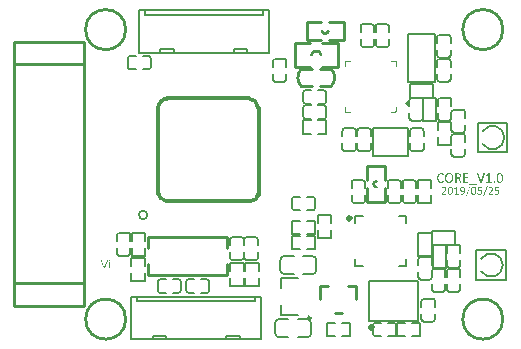
<source format=gto>
G04*
G04 #@! TF.GenerationSoftware,Altium Limited,Altium Designer,19.1.2 (11)*
G04*
G04 Layer_Color=65535*
%FSLAX25Y25*%
%MOIN*%
G70*
G01*
G75*
%ADD10C,0.01000*%
%ADD11C,0.01181*%
%ADD12C,0.00787*%
%ADD13C,0.00787*%
%ADD14C,0.01181*%
%ADD15C,0.00984*%
%ADD16C,0.00800*%
%ADD17C,0.00787*%
%ADD18C,0.00394*%
%ADD19C,0.00600*%
G36*
X131220Y80000D02*
X132720Y78500D01*
Y81500D01*
X131220Y80000D01*
D02*
G37*
G36*
X32786Y27647D02*
X32837Y27633D01*
X32860Y27624D01*
X32878Y27610D01*
X32888Y27601D01*
X32892Y27592D01*
X32901Y27573D01*
X32911Y27555D01*
X32915Y27527D01*
X32925Y27495D01*
Y27453D01*
Y27449D01*
Y27435D01*
Y27416D01*
X32920Y27389D01*
X32906Y27338D01*
X32892Y27315D01*
X32878Y27296D01*
X32869Y27292D01*
X32860Y27282D01*
X32841Y27278D01*
X32823Y27268D01*
X32790Y27259D01*
X32758Y27255D01*
X32680D01*
X32652Y27259D01*
X32601Y27268D01*
X32578Y27278D01*
X32559Y27292D01*
X32555Y27301D01*
X32546Y27310D01*
X32541Y27329D01*
X32532Y27347D01*
X32522Y27375D01*
X32518Y27407D01*
Y27449D01*
Y27453D01*
Y27467D01*
X32522Y27486D01*
Y27513D01*
X32536Y27564D01*
X32546Y27587D01*
X32559Y27606D01*
X32569Y27615D01*
X32578Y27619D01*
X32596Y27629D01*
X32620Y27638D01*
X32647Y27643D01*
X32680Y27652D01*
X32758D01*
X32786Y27647D01*
D02*
G37*
G36*
X32093Y27592D02*
X32121Y27587D01*
X32125D01*
X32139Y27583D01*
X32157Y27578D01*
X32171Y27569D01*
Y27564D01*
X32176Y27560D01*
X32181Y27546D01*
Y27527D01*
Y27523D01*
Y27509D01*
X32171Y27490D01*
X32162Y27458D01*
X31321Y25055D01*
Y25051D01*
X31317Y25042D01*
X31298Y25019D01*
X31294D01*
X31289Y25009D01*
X31275Y25005D01*
X31257Y25000D01*
X31252D01*
X31238Y24995D01*
X31220D01*
X31192Y24991D01*
X31164D01*
X31137Y24986D01*
X31044D01*
X31021Y24991D01*
X30984D01*
X30961Y24995D01*
X30956D01*
X30947Y25000D01*
X30919D01*
X30910Y25005D01*
X30892Y25009D01*
X30887Y25014D01*
X30873Y25028D01*
Y25032D01*
X30869Y25037D01*
X30859Y25060D01*
X30018Y27463D01*
X30014Y27472D01*
X30009Y27486D01*
X30005Y27509D01*
X30000Y27532D01*
Y27536D01*
Y27546D01*
X30005Y27560D01*
X30014Y27573D01*
X30018Y27578D01*
X30028Y27583D01*
X30046Y27587D01*
X30074Y27592D01*
X30083D01*
X30102Y27596D01*
X30245D01*
X30273Y27592D01*
X30277D01*
X30291Y27587D01*
X30310Y27583D01*
X30323Y27578D01*
X30328D01*
X30333Y27573D01*
X30342Y27569D01*
X30347Y27560D01*
X30351Y27550D01*
X30365Y27527D01*
X31109Y25351D01*
X31113D01*
X31834Y27523D01*
Y27527D01*
X31839Y27536D01*
X31843Y27560D01*
Y27564D01*
X31853Y27569D01*
X31871Y27578D01*
X31876D01*
X31885Y27583D01*
X31903Y27587D01*
X31927Y27592D01*
X31931D01*
X31954Y27596D01*
X32061D01*
X32093Y27592D01*
D02*
G37*
G36*
X32800Y26903D02*
X32804D01*
X32818Y26899D01*
X32837Y26894D01*
X32851Y26890D01*
X32855D01*
X32860Y26885D01*
X32878Y26866D01*
X32883Y26862D01*
X32888Y26843D01*
Y25046D01*
Y25042D01*
Y25037D01*
X32878Y25019D01*
X32874Y25014D01*
X32851Y25000D01*
X32846D01*
X32837Y24995D01*
X32823D01*
X32800Y24991D01*
X32781D01*
X32754Y24986D01*
X32666D01*
X32638Y24991D01*
X32633D01*
X32624Y24995D01*
X32592Y25000D01*
X32587D01*
X32583Y25005D01*
X32564Y25019D01*
Y25028D01*
X32559Y25046D01*
Y26843D01*
Y26848D01*
Y26853D01*
X32564Y26866D01*
Y26871D01*
X32573Y26876D01*
X32592Y26890D01*
X32596D01*
X32606Y26894D01*
X32620Y26899D01*
X32638Y26903D01*
X32643D01*
X32661Y26908D01*
X32777D01*
X32800Y26903D01*
D02*
G37*
G36*
X162581Y52073D02*
X162585D01*
X162590Y52069D01*
X162604Y52046D01*
Y52041D01*
X162608Y52032D01*
X162613Y52018D01*
X162618Y51999D01*
Y51995D01*
X162622Y51981D01*
X162627Y51958D01*
Y51930D01*
Y51925D01*
Y51921D01*
X162622Y51889D01*
X162618Y51856D01*
X162604Y51819D01*
X162599Y51815D01*
X162590Y51801D01*
X162576Y51787D01*
X162553Y51782D01*
X161634D01*
Y51052D01*
X161638D01*
X161643Y51057D01*
X161657D01*
X161675Y51062D01*
X161717Y51066D01*
X161795D01*
X161814Y51071D01*
X161966D01*
X162008Y51066D01*
X162058D01*
X162114Y51057D01*
X162179Y51048D01*
X162243Y51034D01*
X162303Y51015D01*
X162313D01*
X162331Y51006D01*
X162359Y50992D01*
X162396Y50978D01*
X162442Y50955D01*
X162484Y50932D01*
X162530Y50900D01*
X162571Y50867D01*
X162576Y50863D01*
X162590Y50849D01*
X162608Y50831D01*
X162631Y50803D01*
X162659Y50766D01*
X162687Y50729D01*
X162710Y50683D01*
X162733Y50632D01*
X162738Y50627D01*
X162742Y50609D01*
X162751Y50581D01*
X162761Y50544D01*
X162770Y50498D01*
X162779Y50447D01*
X162788Y50387D01*
Y50327D01*
Y50318D01*
Y50290D01*
X162784Y50253D01*
X162779Y50202D01*
X162770Y50147D01*
X162756Y50082D01*
X162738Y50022D01*
X162715Y49957D01*
X162710Y49948D01*
X162701Y49930D01*
X162687Y49902D01*
X162664Y49865D01*
X162636Y49819D01*
X162604Y49773D01*
X162562Y49726D01*
X162516Y49685D01*
X162511Y49680D01*
X162493Y49666D01*
X162465Y49648D01*
X162433Y49625D01*
X162387Y49597D01*
X162336Y49569D01*
X162276Y49542D01*
X162211Y49518D01*
X162202D01*
X162179Y49509D01*
X162146Y49500D01*
X162095Y49491D01*
X162040Y49481D01*
X161975Y49472D01*
X161901Y49468D01*
X161823Y49463D01*
X161781D01*
X161749Y49468D01*
X161712D01*
X161675Y49472D01*
X161592Y49481D01*
X161587D01*
X161573Y49486D01*
X161555Y49491D01*
X161527Y49495D01*
X161467Y49509D01*
X161402Y49523D01*
X161398D01*
X161389Y49528D01*
X161375Y49532D01*
X161356Y49537D01*
X161310Y49551D01*
X161264Y49569D01*
X161255Y49574D01*
X161236Y49583D01*
X161213Y49597D01*
X161195Y49606D01*
Y49611D01*
X161185Y49615D01*
X161176Y49629D01*
Y49634D01*
X161171Y49639D01*
X161162Y49662D01*
Y49666D01*
Y49676D01*
X161158Y49703D01*
Y49708D01*
Y49722D01*
Y49740D01*
Y49768D01*
Y49773D01*
Y49786D01*
Y49805D01*
Y49828D01*
Y49833D01*
X161162Y49842D01*
Y49856D01*
X161167Y49870D01*
Y49874D01*
X161171Y49879D01*
X161185Y49897D01*
X161190D01*
X161195Y49902D01*
X161213Y49907D01*
X161218D01*
X161227Y49902D01*
X161245Y49897D01*
X161273Y49879D01*
X161282Y49874D01*
X161301Y49865D01*
X161338Y49847D01*
X161384Y49823D01*
X161389D01*
X161398Y49819D01*
X161412Y49814D01*
X161435Y49805D01*
X161458Y49796D01*
X161490Y49786D01*
X161560Y49768D01*
X161564D01*
X161578Y49763D01*
X161601Y49759D01*
X161629D01*
X161666Y49754D01*
X161712Y49749D01*
X161758Y49745D01*
X161855D01*
X161892Y49749D01*
X161929D01*
X161971Y49759D01*
X162054Y49773D01*
X162058D01*
X162072Y49777D01*
X162095Y49786D01*
X162123Y49796D01*
X162183Y49828D01*
X162248Y49874D01*
X162253Y49879D01*
X162262Y49888D01*
X162276Y49902D01*
X162294Y49920D01*
X162317Y49948D01*
X162336Y49976D01*
X162377Y50045D01*
Y50050D01*
X162387Y50064D01*
X162391Y50087D01*
X162400Y50115D01*
X162410Y50151D01*
X162414Y50193D01*
X162424Y50244D01*
Y50295D01*
Y50299D01*
Y50318D01*
Y50341D01*
X162419Y50369D01*
X162405Y50438D01*
X162382Y50512D01*
Y50516D01*
X162377Y50530D01*
X162368Y50544D01*
X162354Y50567D01*
X162317Y50618D01*
X162262Y50669D01*
X162257Y50674D01*
X162248Y50678D01*
X162230Y50692D01*
X162206Y50706D01*
X162179Y50720D01*
X162142Y50738D01*
X162105Y50752D01*
X162058Y50766D01*
X162054D01*
X162035Y50770D01*
X162012Y50775D01*
X161975Y50784D01*
X161934Y50789D01*
X161883Y50794D01*
X161823Y50798D01*
X161694D01*
X161624Y50794D01*
X161555Y50784D01*
X161541D01*
X161523Y50780D01*
X161504D01*
X161449Y50775D01*
X161393Y50770D01*
X161384D01*
X161361Y50775D01*
X161338Y50784D01*
X161315Y50798D01*
X161310Y50803D01*
X161305Y50821D01*
X161296Y50854D01*
X161292Y50900D01*
Y51949D01*
Y51953D01*
Y51958D01*
X161296Y51986D01*
X161305Y52022D01*
X161319Y52050D01*
X161324Y52055D01*
X161342Y52069D01*
X161370Y52078D01*
X161407Y52083D01*
X162557D01*
X162581Y52073D01*
D02*
G37*
G36*
X156852D02*
X156856D01*
X156861Y52069D01*
X156875Y52046D01*
Y52041D01*
X156879Y52032D01*
X156884Y52018D01*
X156889Y51999D01*
Y51995D01*
X156893Y51981D01*
X156898Y51958D01*
Y51930D01*
Y51925D01*
Y51921D01*
X156893Y51889D01*
X156889Y51856D01*
X156875Y51819D01*
X156870Y51815D01*
X156861Y51801D01*
X156847Y51787D01*
X156824Y51782D01*
X155905D01*
Y51052D01*
X155909D01*
X155914Y51057D01*
X155928D01*
X155946Y51062D01*
X155988Y51066D01*
X156066D01*
X156085Y51071D01*
X156237D01*
X156279Y51066D01*
X156330D01*
X156385Y51057D01*
X156450Y51048D01*
X156515Y51034D01*
X156575Y51015D01*
X156584D01*
X156602Y51006D01*
X156630Y50992D01*
X156667Y50978D01*
X156713Y50955D01*
X156755Y50932D01*
X156801Y50900D01*
X156843Y50867D01*
X156847Y50863D01*
X156861Y50849D01*
X156879Y50831D01*
X156903Y50803D01*
X156930Y50766D01*
X156958Y50729D01*
X156981Y50683D01*
X157004Y50632D01*
X157009Y50627D01*
X157013Y50609D01*
X157023Y50581D01*
X157032Y50544D01*
X157041Y50498D01*
X157051Y50447D01*
X157060Y50387D01*
Y50327D01*
Y50318D01*
Y50290D01*
X157055Y50253D01*
X157051Y50202D01*
X157041Y50147D01*
X157027Y50082D01*
X157009Y50022D01*
X156986Y49957D01*
X156981Y49948D01*
X156972Y49930D01*
X156958Y49902D01*
X156935Y49865D01*
X156907Y49819D01*
X156875Y49773D01*
X156833Y49726D01*
X156787Y49685D01*
X156782Y49680D01*
X156764Y49666D01*
X156736Y49648D01*
X156704Y49625D01*
X156658Y49597D01*
X156607Y49569D01*
X156547Y49542D01*
X156482Y49518D01*
X156473D01*
X156450Y49509D01*
X156418Y49500D01*
X156367Y49491D01*
X156311Y49481D01*
X156247Y49472D01*
X156173Y49468D01*
X156094Y49463D01*
X156052D01*
X156020Y49468D01*
X155983D01*
X155946Y49472D01*
X155863Y49481D01*
X155859D01*
X155845Y49486D01*
X155826Y49491D01*
X155798Y49495D01*
X155738Y49509D01*
X155674Y49523D01*
X155669D01*
X155660Y49528D01*
X155646Y49532D01*
X155628Y49537D01*
X155581Y49551D01*
X155535Y49569D01*
X155526Y49574D01*
X155507Y49583D01*
X155484Y49597D01*
X155466Y49606D01*
Y49611D01*
X155457Y49615D01*
X155447Y49629D01*
Y49634D01*
X155443Y49639D01*
X155433Y49662D01*
Y49666D01*
Y49676D01*
X155429Y49703D01*
Y49708D01*
Y49722D01*
Y49740D01*
Y49768D01*
Y49773D01*
Y49786D01*
Y49805D01*
Y49828D01*
Y49833D01*
X155433Y49842D01*
Y49856D01*
X155438Y49870D01*
Y49874D01*
X155443Y49879D01*
X155457Y49897D01*
X155461D01*
X155466Y49902D01*
X155484Y49907D01*
X155489D01*
X155498Y49902D01*
X155517Y49897D01*
X155544Y49879D01*
X155554Y49874D01*
X155572Y49865D01*
X155609Y49847D01*
X155655Y49823D01*
X155660D01*
X155669Y49819D01*
X155683Y49814D01*
X155706Y49805D01*
X155729Y49796D01*
X155762Y49786D01*
X155831Y49768D01*
X155835D01*
X155849Y49763D01*
X155872Y49759D01*
X155900D01*
X155937Y49754D01*
X155983Y49749D01*
X156029Y49745D01*
X156126D01*
X156163Y49749D01*
X156200D01*
X156242Y49759D01*
X156325Y49773D01*
X156330D01*
X156344Y49777D01*
X156367Y49786D01*
X156394Y49796D01*
X156455Y49828D01*
X156519Y49874D01*
X156524Y49879D01*
X156533Y49888D01*
X156547Y49902D01*
X156565Y49920D01*
X156588Y49948D01*
X156607Y49976D01*
X156649Y50045D01*
Y50050D01*
X156658Y50064D01*
X156662Y50087D01*
X156672Y50115D01*
X156681Y50151D01*
X156685Y50193D01*
X156695Y50244D01*
Y50295D01*
Y50299D01*
Y50318D01*
Y50341D01*
X156690Y50369D01*
X156676Y50438D01*
X156653Y50512D01*
Y50516D01*
X156649Y50530D01*
X156639Y50544D01*
X156625Y50567D01*
X156588Y50618D01*
X156533Y50669D01*
X156528Y50674D01*
X156519Y50678D01*
X156501Y50692D01*
X156478Y50706D01*
X156450Y50720D01*
X156413Y50738D01*
X156376Y50752D01*
X156330Y50766D01*
X156325D01*
X156307Y50770D01*
X156283Y50775D01*
X156247Y50784D01*
X156205Y50789D01*
X156154Y50794D01*
X156094Y50798D01*
X155965D01*
X155895Y50794D01*
X155826Y50784D01*
X155812D01*
X155794Y50780D01*
X155775D01*
X155720Y50775D01*
X155665Y50770D01*
X155655D01*
X155632Y50775D01*
X155609Y50784D01*
X155586Y50798D01*
X155581Y50803D01*
X155577Y50821D01*
X155567Y50854D01*
X155563Y50900D01*
Y51949D01*
Y51953D01*
Y51958D01*
X155567Y51986D01*
X155577Y52022D01*
X155590Y52050D01*
X155595Y52055D01*
X155614Y52069D01*
X155641Y52078D01*
X155678Y52083D01*
X156829D01*
X156852Y52073D01*
D02*
G37*
G36*
X150619Y52115D02*
X150666Y52110D01*
X150712Y52101D01*
X150809Y52078D01*
X150813D01*
X150832Y52069D01*
X150855Y52060D01*
X150883Y52046D01*
X150952Y52009D01*
X151026Y51958D01*
X151031Y51953D01*
X151040Y51944D01*
X151058Y51930D01*
X151081Y51907D01*
X151104Y51879D01*
X151128Y51847D01*
X151178Y51773D01*
X151183Y51768D01*
X151188Y51755D01*
X151201Y51731D01*
X151215Y51704D01*
X151234Y51667D01*
X151248Y51625D01*
X151266Y51579D01*
X151280Y51528D01*
Y51524D01*
X151289Y51505D01*
X151294Y51477D01*
X151303Y51440D01*
X151312Y51394D01*
X151322Y51343D01*
X151331Y51288D01*
X151340Y51228D01*
Y51219D01*
X151345Y51200D01*
Y51168D01*
X151349Y51126D01*
X151354Y51075D01*
Y51015D01*
X151359Y50955D01*
Y50891D01*
Y50881D01*
Y50863D01*
Y50831D01*
X151354Y50784D01*
Y50734D01*
X151349Y50678D01*
X151336Y50553D01*
Y50544D01*
X151331Y50526D01*
X151326Y50489D01*
X151322Y50447D01*
X151312Y50396D01*
X151299Y50341D01*
X151266Y50221D01*
Y50216D01*
X151257Y50193D01*
X151248Y50165D01*
X151234Y50124D01*
X151215Y50077D01*
X151192Y50031D01*
X151137Y49925D01*
X151132Y49920D01*
X151123Y49902D01*
X151104Y49874D01*
X151081Y49842D01*
X151054Y49805D01*
X151017Y49763D01*
X150980Y49722D01*
X150934Y49680D01*
X150929Y49676D01*
X150910Y49662D01*
X150887Y49643D01*
X150850Y49620D01*
X150809Y49597D01*
X150758Y49569D01*
X150703Y49542D01*
X150643Y49518D01*
X150633D01*
X150615Y49509D01*
X150578Y49500D01*
X150532Y49491D01*
X150476Y49481D01*
X150407Y49472D01*
X150333Y49468D01*
X150254Y49463D01*
X150199D01*
X150144Y49468D01*
X150083Y49477D01*
X150070D01*
X150056Y49481D01*
X150037D01*
X149991Y49491D01*
X149940Y49500D01*
X149936D01*
X149931Y49505D01*
X149903Y49509D01*
X149866Y49518D01*
X149829Y49532D01*
X149825Y49537D01*
X149806Y49546D01*
X149783Y49555D01*
X149765Y49569D01*
X149760Y49574D01*
X149756Y49583D01*
X149746Y49597D01*
X149737Y49615D01*
Y49620D01*
Y49639D01*
X149732Y49666D01*
Y49699D01*
Y49708D01*
Y49726D01*
Y49749D01*
Y49768D01*
Y49773D01*
X149737Y49782D01*
Y49796D01*
X149742Y49810D01*
Y49814D01*
X149746Y49819D01*
X149756Y49828D01*
X149760D01*
X149765Y49833D01*
X149802D01*
X149820Y49828D01*
X149848Y49819D01*
X149857D01*
X149876Y49810D01*
X149908Y49800D01*
X149950Y49786D01*
X149954D01*
X149959Y49782D01*
X149973D01*
X149991Y49777D01*
X150033Y49763D01*
X150088Y49754D01*
X150102D01*
X150120Y49749D01*
X150144D01*
X150171Y49745D01*
X150204D01*
X150273Y49740D01*
X150305D01*
X150342Y49745D01*
X150388Y49749D01*
X150439Y49759D01*
X150495Y49773D01*
X150550Y49791D01*
X150606Y49814D01*
X150610Y49819D01*
X150629Y49828D01*
X150656Y49847D01*
X150684Y49865D01*
X150721Y49897D01*
X150758Y49930D01*
X150795Y49967D01*
X150832Y50013D01*
X150837Y50017D01*
X150846Y50036D01*
X150864Y50059D01*
X150883Y50096D01*
X150901Y50138D01*
X150924Y50188D01*
X150943Y50244D01*
X150961Y50304D01*
Y50313D01*
X150970Y50332D01*
X150975Y50369D01*
X150984Y50410D01*
X150994Y50461D01*
X151003Y50521D01*
X151007Y50586D01*
X151012Y50655D01*
X151007Y50650D01*
X150994Y50646D01*
X150970Y50632D01*
X150943Y50618D01*
X150901Y50600D01*
X150860Y50581D01*
X150813Y50563D01*
X150758Y50544D01*
X150753D01*
X150730Y50535D01*
X150703Y50530D01*
X150661Y50521D01*
X150610Y50512D01*
X150555Y50507D01*
X150490Y50498D01*
X150384D01*
X150342Y50503D01*
X150296Y50507D01*
X150236Y50512D01*
X150176Y50521D01*
X150116Y50535D01*
X150056Y50553D01*
X150051Y50558D01*
X150033Y50563D01*
X150005Y50577D01*
X149973Y50595D01*
X149936Y50618D01*
X149894Y50646D01*
X149857Y50678D01*
X149820Y50715D01*
X149815Y50720D01*
X149806Y50734D01*
X149792Y50757D01*
X149774Y50784D01*
X149751Y50817D01*
X149732Y50858D01*
X149709Y50905D01*
X149695Y50955D01*
Y50960D01*
X149691Y50978D01*
X149686Y51006D01*
X149677Y51048D01*
X149672Y51089D01*
X149663Y51145D01*
X149659Y51200D01*
Y51260D01*
Y51270D01*
Y51288D01*
X149663Y51320D01*
Y51367D01*
X149668Y51413D01*
X149677Y51468D01*
X149705Y51584D01*
X149709Y51593D01*
X149714Y51611D01*
X149728Y51639D01*
X149742Y51676D01*
X149765Y51718D01*
X149792Y51764D01*
X149825Y51810D01*
X149862Y51856D01*
X149866Y51861D01*
X149880Y51875D01*
X149903Y51898D01*
X149936Y51925D01*
X149973Y51953D01*
X150019Y51986D01*
X150070Y52018D01*
X150130Y52046D01*
X150139Y52050D01*
X150157Y52060D01*
X150194Y52069D01*
X150241Y52083D01*
X150301Y52096D01*
X150365Y52110D01*
X150439Y52115D01*
X150522Y52119D01*
X150583D01*
X150619Y52115D01*
D02*
G37*
G36*
X159924D02*
X159966D01*
X160017Y52106D01*
X160072Y52096D01*
X160127Y52083D01*
X160183Y52064D01*
X160187D01*
X160206Y52055D01*
X160234Y52041D01*
X160266Y52027D01*
X160345Y51981D01*
X160381Y51953D01*
X160418Y51921D01*
X160423Y51916D01*
X160432Y51902D01*
X160451Y51884D01*
X160474Y51861D01*
X160497Y51828D01*
X160520Y51792D01*
X160543Y51750D01*
X160562Y51704D01*
Y51699D01*
X160571Y51685D01*
X160575Y51657D01*
X160585Y51625D01*
X160594Y51588D01*
X160599Y51542D01*
X160608Y51445D01*
Y51440D01*
Y51427D01*
Y51399D01*
X160603Y51371D01*
Y51334D01*
X160599Y51293D01*
X160585Y51200D01*
Y51196D01*
X160580Y51177D01*
X160575Y51154D01*
X160566Y51122D01*
X160552Y51080D01*
X160534Y51034D01*
X160515Y50983D01*
X160488Y50932D01*
X160483Y50928D01*
X160474Y50909D01*
X160460Y50881D01*
X160437Y50840D01*
X160409Y50794D01*
X160372Y50743D01*
X160331Y50683D01*
X160284Y50618D01*
X160280Y50609D01*
X160261Y50586D01*
X160229Y50549D01*
X160192Y50503D01*
X160137Y50442D01*
X160077Y50373D01*
X160007Y50299D01*
X159929Y50216D01*
X159522Y49791D01*
X160654D01*
X160672Y49782D01*
X160677D01*
X160682Y49777D01*
X160700Y49754D01*
Y49749D01*
X160705Y49740D01*
X160710Y49726D01*
X160714Y49708D01*
Y49703D01*
X160719Y49689D01*
X160723Y49671D01*
Y49643D01*
Y49639D01*
Y49625D01*
X160719Y49606D01*
X160714Y49583D01*
Y49578D01*
X160710Y49565D01*
X160700Y49532D01*
Y49528D01*
X160696Y49523D01*
X160677Y49505D01*
X160668D01*
X160645Y49500D01*
X159199D01*
X159166Y49505D01*
X159162D01*
X159157Y49509D01*
X159134Y49528D01*
Y49532D01*
X159125Y49537D01*
X159120Y49551D01*
X159111Y49569D01*
Y49574D01*
Y49592D01*
X159106Y49615D01*
Y49648D01*
Y49657D01*
Y49671D01*
Y49694D01*
Y49717D01*
Y49722D01*
X159111Y49736D01*
X159120Y49768D01*
Y49773D01*
X159125Y49782D01*
X159143Y49814D01*
X159148Y49819D01*
X159157Y49828D01*
X159171Y49847D01*
X159185Y49865D01*
X159702Y50396D01*
X159712Y50406D01*
X159730Y50429D01*
X159767Y50461D01*
X159804Y50503D01*
X159850Y50553D01*
X159901Y50609D01*
X159947Y50664D01*
X159989Y50720D01*
X159993Y50724D01*
X160007Y50743D01*
X160026Y50775D01*
X160054Y50807D01*
X160077Y50849D01*
X160104Y50895D01*
X160132Y50941D01*
X160155Y50988D01*
X160160Y50992D01*
X160164Y51006D01*
X160174Y51029D01*
X160187Y51062D01*
X160215Y51131D01*
X160234Y51205D01*
Y51209D01*
X160238Y51223D01*
X160243Y51242D01*
X160248Y51265D01*
X160252Y51325D01*
X160257Y51390D01*
Y51394D01*
Y51403D01*
Y51422D01*
X160252Y51445D01*
X160243Y51496D01*
X160224Y51551D01*
Y51556D01*
X160220Y51565D01*
X160215Y51579D01*
X160206Y51597D01*
X160178Y51639D01*
X160141Y51685D01*
X160137Y51690D01*
X160132Y51695D01*
X160104Y51718D01*
X160058Y51750D01*
X160003Y51778D01*
X159998D01*
X159989Y51782D01*
X159970Y51792D01*
X159947Y51796D01*
X159920Y51805D01*
X159887Y51810D01*
X159813Y51815D01*
X159767D01*
X159739Y51810D01*
X159702Y51805D01*
X159665Y51801D01*
X159587Y51778D01*
X159582D01*
X159568Y51773D01*
X159550Y51764D01*
X159527Y51755D01*
X159471Y51731D01*
X159411Y51704D01*
X159407D01*
X159397Y51699D01*
X159384Y51690D01*
X159370Y51681D01*
X159328Y51653D01*
X159286Y51630D01*
X159277Y51625D01*
X159259Y51616D01*
X159231Y51602D01*
X159208Y51597D01*
X159199D01*
X159180Y51602D01*
X159176Y51611D01*
X159162Y51630D01*
Y51634D01*
X159157Y51644D01*
Y51657D01*
X159153Y51676D01*
Y51681D01*
Y51699D01*
Y51722D01*
Y51750D01*
Y51755D01*
Y51768D01*
Y51801D01*
Y51805D01*
Y51815D01*
X159157Y51838D01*
Y51842D01*
X159162Y51847D01*
X159171Y51870D01*
Y51875D01*
X159180Y51879D01*
X159189Y51889D01*
X159203Y51902D01*
X159208Y51907D01*
X159222Y51921D01*
X159250Y51939D01*
X159286Y51963D01*
X159291D01*
X159296Y51967D01*
X159310Y51976D01*
X159328Y51986D01*
X159374Y52009D01*
X159434Y52032D01*
X159439D01*
X159453Y52036D01*
X159471Y52046D01*
X159494Y52055D01*
X159522Y52064D01*
X159559Y52073D01*
X159633Y52092D01*
X159638D01*
X159652Y52096D01*
X159675Y52101D01*
X159702Y52106D01*
X159735Y52110D01*
X159772Y52115D01*
X159855Y52119D01*
X159887D01*
X159924Y52115D01*
D02*
G37*
G36*
X148651Y52096D02*
X148656D01*
X148670Y52092D01*
X148688Y52087D01*
X148702Y52083D01*
X148707D01*
X148711Y52078D01*
X148721Y52073D01*
X148725Y52064D01*
X148730Y52060D01*
X148734Y52041D01*
Y49777D01*
X149210D01*
X149229Y49768D01*
X149233D01*
X149238Y49763D01*
X149252Y49740D01*
Y49736D01*
X149257Y49726D01*
X149261Y49712D01*
X149266Y49694D01*
Y49689D01*
X149270Y49680D01*
X149275Y49657D01*
Y49634D01*
Y49629D01*
Y49611D01*
X149270Y49592D01*
X149266Y49569D01*
Y49565D01*
X149261Y49555D01*
X149252Y49528D01*
X149247Y49518D01*
X149229Y49505D01*
X149220D01*
X149201Y49500D01*
X147843D01*
X147824Y49505D01*
X147820Y49509D01*
X147801Y49528D01*
Y49532D01*
X147797Y49542D01*
X147787Y49569D01*
Y49574D01*
Y49588D01*
X147783Y49606D01*
Y49634D01*
Y49639D01*
Y49657D01*
Y49676D01*
X147787Y49694D01*
Y49699D01*
X147792Y49712D01*
X147801Y49740D01*
Y49745D01*
X147806Y49749D01*
X147824Y49768D01*
X147829D01*
X147834Y49773D01*
X147852Y49777D01*
X148393D01*
Y51741D01*
X147894Y51445D01*
X147889Y51440D01*
X147871Y51431D01*
X147852Y51422D01*
X147834Y51417D01*
X147810D01*
X147797Y51427D01*
Y51431D01*
X147787Y51436D01*
X147783Y51450D01*
X147778Y51468D01*
Y51473D01*
Y51491D01*
X147774Y51514D01*
Y51547D01*
Y51551D01*
Y51565D01*
Y51602D01*
Y51607D01*
X147778Y51616D01*
Y51630D01*
X147783Y51644D01*
Y51648D01*
X147787Y51653D01*
X147797Y51671D01*
X147801Y51676D01*
X147806Y51681D01*
X147829Y51695D01*
X148420Y52073D01*
X148425Y52078D01*
X148439Y52083D01*
X148443D01*
X148448Y52087D01*
X148471Y52092D01*
X148476D01*
X148485Y52096D01*
X148517D01*
X148531Y52101D01*
X148624D01*
X148651Y52096D01*
D02*
G37*
G36*
X144318Y52115D02*
X144359D01*
X144410Y52106D01*
X144466Y52096D01*
X144521Y52083D01*
X144577Y52064D01*
X144581D01*
X144600Y52055D01*
X144627Y52041D01*
X144660Y52027D01*
X144738Y51981D01*
X144775Y51953D01*
X144812Y51921D01*
X144817Y51916D01*
X144826Y51902D01*
X144844Y51884D01*
X144868Y51861D01*
X144891Y51828D01*
X144914Y51792D01*
X144937Y51750D01*
X144955Y51704D01*
Y51699D01*
X144965Y51685D01*
X144969Y51657D01*
X144978Y51625D01*
X144988Y51588D01*
X144992Y51542D01*
X145001Y51445D01*
Y51440D01*
Y51427D01*
Y51399D01*
X144997Y51371D01*
Y51334D01*
X144992Y51293D01*
X144978Y51200D01*
Y51196D01*
X144974Y51177D01*
X144969Y51154D01*
X144960Y51122D01*
X144946Y51080D01*
X144928Y51034D01*
X144909Y50983D01*
X144881Y50932D01*
X144877Y50928D01*
X144868Y50909D01*
X144854Y50881D01*
X144831Y50840D01*
X144803Y50794D01*
X144766Y50743D01*
X144724Y50683D01*
X144678Y50618D01*
X144674Y50609D01*
X144655Y50586D01*
X144623Y50549D01*
X144586Y50503D01*
X144530Y50442D01*
X144470Y50373D01*
X144401Y50299D01*
X144322Y50216D01*
X143916Y49791D01*
X145048D01*
X145066Y49782D01*
X145071D01*
X145075Y49777D01*
X145094Y49754D01*
Y49749D01*
X145098Y49740D01*
X145103Y49726D01*
X145108Y49708D01*
Y49703D01*
X145112Y49689D01*
X145117Y49671D01*
Y49643D01*
Y49639D01*
Y49625D01*
X145112Y49606D01*
X145108Y49583D01*
Y49578D01*
X145103Y49565D01*
X145094Y49532D01*
Y49528D01*
X145089Y49523D01*
X145071Y49505D01*
X145062D01*
X145038Y49500D01*
X143592D01*
X143560Y49505D01*
X143555D01*
X143551Y49509D01*
X143528Y49528D01*
Y49532D01*
X143518Y49537D01*
X143514Y49551D01*
X143505Y49569D01*
Y49574D01*
Y49592D01*
X143500Y49615D01*
Y49648D01*
Y49657D01*
Y49671D01*
Y49694D01*
Y49717D01*
Y49722D01*
X143505Y49736D01*
X143514Y49768D01*
Y49773D01*
X143518Y49782D01*
X143537Y49814D01*
X143542Y49819D01*
X143551Y49828D01*
X143565Y49847D01*
X143579Y49865D01*
X144096Y50396D01*
X144105Y50406D01*
X144124Y50429D01*
X144161Y50461D01*
X144198Y50503D01*
X144244Y50553D01*
X144295Y50609D01*
X144341Y50664D01*
X144382Y50720D01*
X144387Y50724D01*
X144401Y50743D01*
X144419Y50775D01*
X144447Y50807D01*
X144470Y50849D01*
X144498Y50895D01*
X144526Y50941D01*
X144549Y50988D01*
X144553Y50992D01*
X144558Y51006D01*
X144567Y51029D01*
X144581Y51062D01*
X144609Y51131D01*
X144627Y51205D01*
Y51209D01*
X144632Y51223D01*
X144636Y51242D01*
X144641Y51265D01*
X144646Y51325D01*
X144650Y51390D01*
Y51394D01*
Y51403D01*
Y51422D01*
X144646Y51445D01*
X144636Y51496D01*
X144618Y51551D01*
Y51556D01*
X144613Y51565D01*
X144609Y51579D01*
X144600Y51597D01*
X144572Y51639D01*
X144535Y51685D01*
X144530Y51690D01*
X144526Y51695D01*
X144498Y51718D01*
X144452Y51750D01*
X144396Y51778D01*
X144392D01*
X144382Y51782D01*
X144364Y51792D01*
X144341Y51796D01*
X144313Y51805D01*
X144281Y51810D01*
X144207Y51815D01*
X144161D01*
X144133Y51810D01*
X144096Y51805D01*
X144059Y51801D01*
X143981Y51778D01*
X143976D01*
X143962Y51773D01*
X143944Y51764D01*
X143920Y51755D01*
X143865Y51731D01*
X143805Y51704D01*
X143800D01*
X143791Y51699D01*
X143777Y51690D01*
X143763Y51681D01*
X143722Y51653D01*
X143680Y51630D01*
X143671Y51625D01*
X143652Y51616D01*
X143625Y51602D01*
X143602Y51597D01*
X143592D01*
X143574Y51602D01*
X143569Y51611D01*
X143555Y51630D01*
Y51634D01*
X143551Y51644D01*
Y51657D01*
X143546Y51676D01*
Y51681D01*
Y51699D01*
Y51722D01*
Y51750D01*
Y51755D01*
Y51768D01*
Y51801D01*
Y51805D01*
Y51815D01*
X143551Y51838D01*
Y51842D01*
X143555Y51847D01*
X143565Y51870D01*
Y51875D01*
X143574Y51879D01*
X143583Y51889D01*
X143597Y51902D01*
X143602Y51907D01*
X143615Y51921D01*
X143643Y51939D01*
X143680Y51963D01*
X143685D01*
X143689Y51967D01*
X143703Y51976D01*
X143722Y51986D01*
X143768Y52009D01*
X143828Y52032D01*
X143833D01*
X143846Y52036D01*
X143865Y52046D01*
X143888Y52055D01*
X143916Y52064D01*
X143953Y52073D01*
X144027Y52092D01*
X144031D01*
X144045Y52096D01*
X144068Y52101D01*
X144096Y52106D01*
X144128Y52110D01*
X144165Y52115D01*
X144248Y52119D01*
X144281D01*
X144318Y52115D01*
D02*
G37*
G36*
X154297D02*
X154357Y52110D01*
X154422Y52096D01*
X154491Y52083D01*
X154560Y52060D01*
X154625Y52032D01*
X154634Y52027D01*
X154653Y52013D01*
X154685Y51995D01*
X154722Y51967D01*
X154764Y51930D01*
X154810Y51884D01*
X154851Y51833D01*
X154893Y51773D01*
X154897Y51764D01*
X154911Y51745D01*
X154925Y51708D01*
X154948Y51657D01*
X154972Y51597D01*
X154995Y51528D01*
X155018Y51445D01*
X155036Y51357D01*
Y51353D01*
Y51348D01*
X155041Y51334D01*
X155045Y51316D01*
Y51293D01*
X155050Y51265D01*
X155059Y51196D01*
X155069Y51112D01*
X155073Y51015D01*
X155082Y50909D01*
Y50794D01*
Y50789D01*
Y50780D01*
Y50766D01*
Y50743D01*
Y50720D01*
X155078Y50687D01*
Y50613D01*
X155069Y50530D01*
X155059Y50442D01*
X155050Y50345D01*
X155032Y50253D01*
Y50248D01*
Y50244D01*
X155027Y50230D01*
X155022Y50212D01*
X155013Y50165D01*
X154995Y50110D01*
X154972Y50041D01*
X154944Y49971D01*
X154911Y49897D01*
X154874Y49828D01*
X154870Y49819D01*
X154856Y49800D01*
X154833Y49768D01*
X154800Y49726D01*
X154759Y49685D01*
X154713Y49639D01*
X154657Y49597D01*
X154593Y49555D01*
X154583Y49551D01*
X154560Y49542D01*
X154523Y49528D01*
X154472Y49509D01*
X154408Y49491D01*
X154334Y49477D01*
X154251Y49468D01*
X154158Y49463D01*
X154117D01*
X154071Y49468D01*
X154015Y49472D01*
X153950Y49481D01*
X153881Y49500D01*
X153812Y49518D01*
X153747Y49546D01*
X153738Y49551D01*
X153719Y49565D01*
X153687Y49583D01*
X153650Y49611D01*
X153609Y49648D01*
X153562Y49689D01*
X153521Y49740D01*
X153479Y49800D01*
X153475Y49810D01*
X153461Y49833D01*
X153447Y49870D01*
X153424Y49916D01*
X153401Y49976D01*
X153378Y50050D01*
X153355Y50128D01*
X153336Y50216D01*
Y50221D01*
Y50225D01*
X153331Y50239D01*
Y50262D01*
X153327Y50285D01*
X153322Y50313D01*
X153317Y50382D01*
X153308Y50466D01*
X153299Y50563D01*
X153294Y50669D01*
Y50784D01*
Y50789D01*
Y50798D01*
Y50812D01*
Y50835D01*
Y50858D01*
X153299Y50891D01*
Y50964D01*
X153304Y51048D01*
X153313Y51135D01*
X153327Y51232D01*
X153341Y51325D01*
Y51329D01*
X153345Y51334D01*
Y51348D01*
X153350Y51367D01*
X153359Y51413D01*
X153378Y51468D01*
X153396Y51537D01*
X153424Y51607D01*
X153456Y51676D01*
X153493Y51745D01*
X153498Y51755D01*
X153512Y51773D01*
X153539Y51805D01*
X153572Y51847D01*
X153613Y51893D01*
X153659Y51939D01*
X153715Y51981D01*
X153779Y52022D01*
X153789Y52027D01*
X153812Y52036D01*
X153849Y52055D01*
X153900Y52073D01*
X153960Y52087D01*
X154034Y52106D01*
X154117Y52115D01*
X154209Y52119D01*
X154251D01*
X154297Y52115D01*
D02*
G37*
G36*
X146494D02*
X146554Y52110D01*
X146618Y52096D01*
X146688Y52083D01*
X146757Y52060D01*
X146822Y52032D01*
X146831Y52027D01*
X146850Y52013D01*
X146882Y51995D01*
X146919Y51967D01*
X146960Y51930D01*
X147007Y51884D01*
X147048Y51833D01*
X147090Y51773D01*
X147094Y51764D01*
X147108Y51745D01*
X147122Y51708D01*
X147145Y51657D01*
X147168Y51597D01*
X147191Y51528D01*
X147214Y51445D01*
X147233Y51357D01*
Y51353D01*
Y51348D01*
X147238Y51334D01*
X147242Y51316D01*
Y51293D01*
X147247Y51265D01*
X147256Y51196D01*
X147265Y51112D01*
X147270Y51015D01*
X147279Y50909D01*
Y50794D01*
Y50789D01*
Y50780D01*
Y50766D01*
Y50743D01*
Y50720D01*
X147274Y50687D01*
Y50613D01*
X147265Y50530D01*
X147256Y50442D01*
X147247Y50345D01*
X147228Y50253D01*
Y50248D01*
Y50244D01*
X147224Y50230D01*
X147219Y50212D01*
X147210Y50165D01*
X147191Y50110D01*
X147168Y50041D01*
X147141Y49971D01*
X147108Y49897D01*
X147071Y49828D01*
X147067Y49819D01*
X147053Y49800D01*
X147030Y49768D01*
X146997Y49726D01*
X146956Y49685D01*
X146910Y49639D01*
X146854Y49597D01*
X146789Y49555D01*
X146780Y49551D01*
X146757Y49542D01*
X146720Y49528D01*
X146669Y49509D01*
X146605Y49491D01*
X146531Y49477D01*
X146448Y49468D01*
X146355Y49463D01*
X146314D01*
X146267Y49468D01*
X146212Y49472D01*
X146147Y49481D01*
X146078Y49500D01*
X146009Y49518D01*
X145944Y49546D01*
X145935Y49551D01*
X145916Y49565D01*
X145884Y49583D01*
X145847Y49611D01*
X145805Y49648D01*
X145759Y49689D01*
X145718Y49740D01*
X145676Y49800D01*
X145671Y49810D01*
X145658Y49833D01*
X145644Y49870D01*
X145621Y49916D01*
X145598Y49976D01*
X145574Y50050D01*
X145551Y50128D01*
X145533Y50216D01*
Y50221D01*
Y50225D01*
X145528Y50239D01*
Y50262D01*
X145524Y50285D01*
X145519Y50313D01*
X145514Y50382D01*
X145505Y50466D01*
X145496Y50563D01*
X145491Y50669D01*
Y50784D01*
Y50789D01*
Y50798D01*
Y50812D01*
Y50835D01*
Y50858D01*
X145496Y50891D01*
Y50964D01*
X145501Y51048D01*
X145510Y51135D01*
X145524Y51232D01*
X145537Y51325D01*
Y51329D01*
X145542Y51334D01*
Y51348D01*
X145547Y51367D01*
X145556Y51413D01*
X145574Y51468D01*
X145593Y51537D01*
X145621Y51607D01*
X145653Y51676D01*
X145690Y51745D01*
X145694Y51755D01*
X145708Y51773D01*
X145736Y51805D01*
X145768Y51847D01*
X145810Y51893D01*
X145856Y51939D01*
X145912Y51981D01*
X145976Y52022D01*
X145986Y52027D01*
X146009Y52036D01*
X146046Y52055D01*
X146096Y52073D01*
X146157Y52087D01*
X146230Y52106D01*
X146314Y52115D01*
X146406Y52119D01*
X146448D01*
X146494Y52115D01*
D02*
G37*
G36*
X158746Y52429D02*
X158774Y52425D01*
X158778D01*
X158792Y52420D01*
X158811Y52411D01*
X158825Y52401D01*
X158829D01*
X158834Y52397D01*
X158843Y52387D01*
X158848Y52374D01*
Y52369D01*
Y52360D01*
Y52346D01*
X158843Y52327D01*
X157633Y49024D01*
Y49020D01*
X157628Y49010D01*
X157619Y48996D01*
X157609Y48983D01*
X157600Y48973D01*
X157591Y48969D01*
X157577Y48959D01*
X157572D01*
X157563Y48955D01*
X157549Y48950D01*
X157531Y48946D01*
X157512D01*
X157489Y48941D01*
X157434D01*
X157402Y48946D01*
X157374Y48950D01*
X157369D01*
X157355Y48955D01*
X157337Y48964D01*
X157323Y48973D01*
X157314Y48983D01*
X157305Y49001D01*
Y49006D01*
Y49015D01*
Y49029D01*
X157314Y49047D01*
X158520Y52350D01*
Y52355D01*
X158524Y52364D01*
X158534Y52378D01*
X158538Y52392D01*
X158543Y52397D01*
X158547Y52401D01*
X158570Y52415D01*
X158575D01*
X158584Y52420D01*
X158603Y52425D01*
X158621Y52429D01*
X158626D01*
X158640Y52434D01*
X158723D01*
X158746Y52429D01*
D02*
G37*
G36*
X153017D02*
X153045Y52425D01*
X153050D01*
X153063Y52420D01*
X153082Y52411D01*
X153096Y52401D01*
X153100D01*
X153105Y52397D01*
X153114Y52387D01*
X153119Y52374D01*
Y52369D01*
Y52360D01*
Y52346D01*
X153114Y52327D01*
X151904Y49024D01*
Y49020D01*
X151899Y49010D01*
X151890Y48996D01*
X151881Y48983D01*
X151871Y48973D01*
X151862Y48969D01*
X151848Y48959D01*
X151844D01*
X151834Y48955D01*
X151821Y48950D01*
X151802Y48946D01*
X151784D01*
X151761Y48941D01*
X151705D01*
X151673Y48946D01*
X151645Y48950D01*
X151640D01*
X151627Y48955D01*
X151608Y48964D01*
X151594Y48973D01*
X151585Y48983D01*
X151576Y49001D01*
Y49006D01*
Y49015D01*
Y49029D01*
X151585Y49047D01*
X152791Y52350D01*
Y52355D01*
X152795Y52364D01*
X152805Y52378D01*
X152809Y52392D01*
X152814Y52397D01*
X152819Y52401D01*
X152842Y52415D01*
X152846D01*
X152856Y52420D01*
X152874Y52425D01*
X152892Y52429D01*
X152897D01*
X152911Y52434D01*
X152994D01*
X153017Y52429D01*
D02*
G37*
G36*
X143449Y56636D02*
X143487D01*
X143532Y56630D01*
X143626Y56613D01*
X143632D01*
X143648Y56608D01*
X143671Y56602D01*
X143704Y56597D01*
X143776Y56575D01*
X143859Y56547D01*
X143865D01*
X143876Y56541D01*
X143898Y56530D01*
X143926Y56519D01*
X143987Y56491D01*
X144053Y56458D01*
X144059D01*
X144065Y56453D01*
X144098Y56430D01*
X144137Y56403D01*
X144170Y56375D01*
X144176Y56369D01*
X144187Y56358D01*
X144203Y56342D01*
X144209Y56325D01*
X144214Y56314D01*
X144226Y56286D01*
Y56281D01*
X144231Y56269D01*
Y56253D01*
X144237Y56231D01*
Y56225D01*
X144242Y56214D01*
Y56186D01*
Y56159D01*
Y56153D01*
Y56131D01*
Y56108D01*
X144237Y56081D01*
Y56075D01*
X144231Y56059D01*
X144220Y56020D01*
Y56014D01*
X144214Y56009D01*
X144198Y55986D01*
X144192D01*
X144165Y55981D01*
X144159D01*
X144142Y55986D01*
X144109Y55998D01*
X144070Y56025D01*
X144059Y56031D01*
X144026Y56053D01*
X143981Y56086D01*
X143915Y56125D01*
X143909Y56131D01*
X143898Y56136D01*
X143876Y56147D01*
X143848Y56164D01*
X143815Y56181D01*
X143776Y56197D01*
X143682Y56231D01*
X143676D01*
X143659Y56236D01*
X143632Y56247D01*
X143593Y56258D01*
X143543Y56264D01*
X143487Y56275D01*
X143426Y56281D01*
X143321D01*
X143282Y56275D01*
X143232Y56269D01*
X143171Y56258D01*
X143110Y56247D01*
X143043Y56225D01*
X142977Y56197D01*
X142971Y56192D01*
X142949Y56181D01*
X142916Y56164D01*
X142877Y56136D01*
X142833Y56103D01*
X142782Y56059D01*
X142738Y56009D01*
X142688Y55953D01*
X142683Y55948D01*
X142666Y55925D01*
X142644Y55892D01*
X142622Y55842D01*
X142588Y55787D01*
X142555Y55720D01*
X142527Y55642D01*
X142499Y55559D01*
Y55548D01*
X142488Y55520D01*
X142483Y55470D01*
X142472Y55409D01*
X142461Y55331D01*
X142449Y55243D01*
X142444Y55143D01*
X142438Y55032D01*
Y55026D01*
Y55021D01*
Y55004D01*
Y54982D01*
X142444Y54926D01*
Y54854D01*
X142455Y54777D01*
X142466Y54688D01*
X142477Y54599D01*
X142499Y54510D01*
X142505Y54499D01*
X142511Y54471D01*
X142527Y54432D01*
X142550Y54377D01*
X142572Y54316D01*
X142605Y54255D01*
X142644Y54194D01*
X142683Y54133D01*
X142688Y54127D01*
X142705Y54110D01*
X142733Y54083D01*
X142766Y54049D01*
X142810Y54011D01*
X142860Y53972D01*
X142916Y53939D01*
X142977Y53905D01*
X142982Y53900D01*
X143010Y53894D01*
X143043Y53883D01*
X143093Y53866D01*
X143149Y53850D01*
X143216Y53838D01*
X143288Y53833D01*
X143371Y53827D01*
X143437D01*
X143482Y53833D01*
X143532Y53838D01*
X143582Y53844D01*
X143693Y53872D01*
X143698D01*
X143715Y53877D01*
X143743Y53888D01*
X143776Y53900D01*
X143848Y53933D01*
X143926Y53972D01*
X143931D01*
X143942Y53983D01*
X143959Y53994D01*
X143981Y54005D01*
X144037Y54038D01*
X144087Y54072D01*
X144092D01*
X144098Y54077D01*
X144126Y54099D01*
X144159Y54116D01*
X144187Y54122D01*
X144198D01*
X144214Y54110D01*
X144220D01*
X144226Y54105D01*
X144231Y54099D01*
X144237Y54083D01*
Y54077D01*
X144242Y54072D01*
Y54055D01*
X144248Y54027D01*
Y54022D01*
X144253Y54005D01*
Y53977D01*
Y53939D01*
Y53933D01*
Y53916D01*
Y53894D01*
X144248Y53866D01*
Y53861D01*
Y53850D01*
X144237Y53816D01*
X144231Y53805D01*
X144220Y53783D01*
Y53777D01*
X144214Y53772D01*
X144203Y53755D01*
X144187Y53739D01*
X144181Y53733D01*
X144165Y53722D01*
X144137Y53700D01*
X144087Y53667D01*
X144081D01*
X144076Y53655D01*
X144059Y53650D01*
X144037Y53633D01*
X143976Y53605D01*
X143898Y53567D01*
X143893D01*
X143876Y53561D01*
X143854Y53550D01*
X143826Y53539D01*
X143787Y53528D01*
X143743Y53517D01*
X143637Y53494D01*
X143632D01*
X143609Y53489D01*
X143582Y53483D01*
X143543Y53478D01*
X143493Y53472D01*
X143437Y53467D01*
X143315Y53461D01*
X143265D01*
X143204Y53467D01*
X143132Y53472D01*
X143049Y53483D01*
X142955Y53506D01*
X142860Y53528D01*
X142766Y53561D01*
X142755Y53567D01*
X142727Y53578D01*
X142683Y53605D01*
X142627Y53633D01*
X142561Y53678D01*
X142494Y53728D01*
X142422Y53789D01*
X142355Y53855D01*
X142350Y53866D01*
X142327Y53888D01*
X142294Y53933D01*
X142255Y53994D01*
X142217Y54061D01*
X142172Y54144D01*
X142128Y54238D01*
X142089Y54344D01*
Y54349D01*
X142083Y54355D01*
Y54371D01*
X142078Y54394D01*
X142067Y54421D01*
X142061Y54455D01*
X142044Y54538D01*
X142028Y54632D01*
X142017Y54749D01*
X142006Y54871D01*
X142000Y55010D01*
Y55015D01*
Y55026D01*
Y55049D01*
Y55076D01*
X142006Y55110D01*
Y55148D01*
X142011Y55237D01*
X142022Y55343D01*
X142039Y55459D01*
X142061Y55576D01*
X142094Y55692D01*
Y55698D01*
X142100Y55703D01*
X142105Y55720D01*
X142111Y55742D01*
X142133Y55798D01*
X142166Y55870D01*
X142205Y55953D01*
X142255Y56036D01*
X142311Y56125D01*
X142372Y56208D01*
X142383Y56220D01*
X142405Y56242D01*
X142444Y56281D01*
X142494Y56331D01*
X142561Y56380D01*
X142633Y56436D01*
X142716Y56486D01*
X142805Y56530D01*
X142810D01*
X142816Y56536D01*
X142849Y56547D01*
X142899Y56564D01*
X142971Y56586D01*
X143054Y56608D01*
X143149Y56625D01*
X143254Y56636D01*
X143365Y56641D01*
X143415D01*
X143449Y56636D01*
D02*
G37*
G36*
X157745Y56613D02*
X157779Y56608D01*
X157784D01*
X157801Y56602D01*
X157823Y56597D01*
X157840Y56586D01*
Y56580D01*
X157845Y56575D01*
X157851Y56558D01*
Y56536D01*
Y56530D01*
Y56514D01*
X157840Y56491D01*
X157829Y56453D01*
X156818Y53567D01*
Y53561D01*
X156813Y53550D01*
X156791Y53522D01*
X156785D01*
X156780Y53511D01*
X156763Y53506D01*
X156741Y53500D01*
X156735D01*
X156719Y53494D01*
X156696D01*
X156663Y53489D01*
X156630D01*
X156597Y53483D01*
X156485D01*
X156458Y53489D01*
X156413D01*
X156386Y53494D01*
X156380D01*
X156369Y53500D01*
X156336D01*
X156325Y53506D01*
X156302Y53511D01*
X156297Y53517D01*
X156280Y53533D01*
Y53539D01*
X156275Y53544D01*
X156263Y53572D01*
X155253Y56458D01*
X155248Y56469D01*
X155242Y56486D01*
X155237Y56514D01*
X155231Y56541D01*
Y56547D01*
Y56558D01*
X155237Y56575D01*
X155248Y56591D01*
X155253Y56597D01*
X155264Y56602D01*
X155287Y56608D01*
X155320Y56613D01*
X155331D01*
X155353Y56619D01*
X155525D01*
X155559Y56613D01*
X155564D01*
X155581Y56608D01*
X155603Y56602D01*
X155620Y56597D01*
X155625D01*
X155631Y56591D01*
X155642Y56586D01*
X155648Y56575D01*
X155653Y56564D01*
X155670Y56536D01*
X156563Y53922D01*
X156569D01*
X157434Y56530D01*
Y56536D01*
X157440Y56547D01*
X157446Y56575D01*
Y56580D01*
X157457Y56586D01*
X157479Y56597D01*
X157484D01*
X157496Y56602D01*
X157518Y56608D01*
X157546Y56613D01*
X157551D01*
X157579Y56619D01*
X157706D01*
X157745Y56613D01*
D02*
G37*
G36*
X159416Y56619D02*
X159422D01*
X159438Y56613D01*
X159460Y56608D01*
X159477Y56602D01*
X159483D01*
X159488Y56597D01*
X159499Y56591D01*
X159505Y56580D01*
X159510Y56575D01*
X159516Y56552D01*
Y53833D01*
X160087D01*
X160110Y53822D01*
X160115D01*
X160121Y53816D01*
X160137Y53789D01*
Y53783D01*
X160143Y53772D01*
X160149Y53755D01*
X160154Y53733D01*
Y53728D01*
X160160Y53716D01*
X160165Y53689D01*
Y53661D01*
Y53655D01*
Y53633D01*
X160160Y53611D01*
X160154Y53583D01*
Y53578D01*
X160149Y53567D01*
X160137Y53533D01*
X160132Y53522D01*
X160110Y53506D01*
X160099D01*
X160076Y53500D01*
X158445D01*
X158423Y53506D01*
X158417Y53511D01*
X158395Y53533D01*
Y53539D01*
X158389Y53550D01*
X158378Y53583D01*
Y53589D01*
Y53605D01*
X158372Y53628D01*
Y53661D01*
Y53667D01*
Y53689D01*
Y53711D01*
X158378Y53733D01*
Y53739D01*
X158384Y53755D01*
X158395Y53789D01*
Y53794D01*
X158400Y53800D01*
X158423Y53822D01*
X158428D01*
X158433Y53827D01*
X158456Y53833D01*
X159105D01*
Y56192D01*
X158506Y55836D01*
X158500Y55831D01*
X158478Y55820D01*
X158456Y55809D01*
X158433Y55803D01*
X158406D01*
X158389Y55814D01*
Y55820D01*
X158378Y55826D01*
X158372Y55842D01*
X158367Y55864D01*
Y55870D01*
Y55892D01*
X158361Y55920D01*
Y55959D01*
Y55964D01*
Y55981D01*
Y56025D01*
Y56031D01*
X158367Y56042D01*
Y56059D01*
X158372Y56075D01*
Y56081D01*
X158378Y56086D01*
X158389Y56108D01*
X158395Y56114D01*
X158400Y56120D01*
X158428Y56136D01*
X159138Y56591D01*
X159144Y56597D01*
X159161Y56602D01*
X159166D01*
X159172Y56608D01*
X159200Y56613D01*
X159205D01*
X159216Y56619D01*
X159255D01*
X159272Y56625D01*
X159383D01*
X159416Y56619D01*
D02*
G37*
G36*
X152378Y56591D02*
X152384D01*
X152390Y56586D01*
X152401Y56558D01*
Y56552D01*
X152406Y56541D01*
X152412Y56525D01*
X152417Y56502D01*
Y56497D01*
X152423Y56480D01*
X152428Y56458D01*
Y56425D01*
Y56419D01*
Y56397D01*
X152423Y56375D01*
X152417Y56347D01*
Y56342D01*
X152412Y56331D01*
X152401Y56292D01*
X152395Y56281D01*
X152378Y56264D01*
X152367D01*
X152345Y56258D01*
X151130D01*
Y55287D01*
X152179D01*
X152201Y55276D01*
X152206D01*
X152212Y55270D01*
X152229Y55243D01*
Y55237D01*
X152234Y55232D01*
X152240Y55215D01*
X152245Y55193D01*
Y55187D01*
X152251Y55171D01*
Y55143D01*
Y55110D01*
Y55104D01*
Y55087D01*
Y55065D01*
X152245Y55037D01*
Y55032D01*
X152240Y55021D01*
X152234Y55004D01*
X152229Y54987D01*
X152223Y54976D01*
X152201Y54960D01*
X152190D01*
X152168Y54954D01*
X151130D01*
Y53844D01*
X152367D01*
X152390Y53833D01*
X152395D01*
X152401Y53827D01*
X152417Y53800D01*
X152423Y53794D01*
X152428Y53789D01*
X152434Y53772D01*
X152440Y53750D01*
Y53744D01*
X152445Y53728D01*
Y53700D01*
Y53667D01*
Y53661D01*
Y53639D01*
Y53616D01*
X152440Y53589D01*
Y53583D01*
X152434Y53572D01*
X152417Y53539D01*
Y53533D01*
X152412Y53528D01*
X152390Y53506D01*
X152384D01*
X152356Y53500D01*
X150858D01*
X150836Y53506D01*
X150802Y53517D01*
X150763Y53533D01*
X150758Y53539D01*
X150741Y53567D01*
X150725Y53605D01*
X150719Y53667D01*
Y56430D01*
Y56436D01*
Y56447D01*
X150725Y56480D01*
X150736Y56525D01*
X150763Y56564D01*
X150775Y56569D01*
X150797Y56586D01*
X150830Y56597D01*
X150869Y56602D01*
X152356D01*
X152378Y56591D01*
D02*
G37*
G36*
X148993Y56597D02*
X149054Y56591D01*
X149065D01*
X149104Y56586D01*
X149148D01*
X149198Y56580D01*
X149204D01*
X149226Y56575D01*
X149259Y56569D01*
X149304Y56558D01*
X149354Y56541D01*
X149409Y56525D01*
X149515Y56480D01*
X149520Y56475D01*
X149537Y56469D01*
X149565Y56453D01*
X149598Y56436D01*
X149670Y56380D01*
X149748Y56308D01*
X149753Y56303D01*
X149765Y56292D01*
X149781Y56269D01*
X149803Y56242D01*
X149826Y56208D01*
X149848Y56170D01*
X149887Y56075D01*
Y56070D01*
X149892Y56053D01*
X149903Y56025D01*
X149914Y55986D01*
X149920Y55948D01*
X149931Y55898D01*
X149936Y55781D01*
Y55775D01*
Y55753D01*
Y55726D01*
X149931Y55687D01*
X149925Y55642D01*
X149920Y55598D01*
X149892Y55498D01*
Y55492D01*
X149887Y55476D01*
X149875Y55454D01*
X149859Y55426D01*
X149820Y55354D01*
X149770Y55282D01*
X149765Y55276D01*
X149759Y55265D01*
X149742Y55248D01*
X149720Y55226D01*
X149659Y55171D01*
X149581Y55115D01*
X149576D01*
X149565Y55104D01*
X149537Y55093D01*
X149509Y55076D01*
X149470Y55060D01*
X149431Y55043D01*
X149331Y55004D01*
X149337D01*
X149343Y54998D01*
X149376Y54976D01*
X149420Y54949D01*
X149470Y54915D01*
X149476D01*
X149481Y54904D01*
X149509Y54882D01*
X149548Y54843D01*
X149587Y54793D01*
Y54788D01*
X149598Y54782D01*
X149609Y54765D01*
X149620Y54743D01*
X149653Y54693D01*
X149687Y54627D01*
Y54621D01*
X149698Y54610D01*
X149703Y54593D01*
X149720Y54566D01*
X149748Y54499D01*
X149787Y54416D01*
X150064Y53733D01*
Y53728D01*
X150070Y53716D01*
X150081Y53683D01*
X150098Y53644D01*
X150103Y53611D01*
Y53605D01*
X150109Y53594D01*
X150114Y53556D01*
Y53544D01*
X150109Y53522D01*
X150103Y53517D01*
X150092Y53511D01*
X150075Y53500D01*
X150070D01*
X150059Y53494D01*
X150036D01*
X150009Y53489D01*
X149981D01*
X149948Y53483D01*
X149826D01*
X149792Y53489D01*
X149787D01*
X149770Y53494D01*
X149748D01*
X149731Y53500D01*
X149726D01*
X149720Y53506D01*
X149692Y53528D01*
Y53533D01*
X149687Y53544D01*
X149670Y53578D01*
X149387Y54310D01*
Y54316D01*
X149376Y54333D01*
X149370Y54355D01*
X149354Y54388D01*
X149320Y54460D01*
X149282Y54538D01*
Y54543D01*
X149270Y54554D01*
X149259Y54577D01*
X149243Y54599D01*
X149204Y54660D01*
X149148Y54715D01*
X149143Y54721D01*
X149137Y54726D01*
X149121Y54743D01*
X149099Y54760D01*
X149043Y54799D01*
X148976Y54838D01*
X148971D01*
X148960Y54843D01*
X148937Y54854D01*
X148910Y54860D01*
X148871Y54871D01*
X148832Y54876D01*
X148732Y54882D01*
X148460D01*
Y53556D01*
Y53544D01*
X148449Y53522D01*
X148438Y53517D01*
X148427Y53511D01*
X148410Y53506D01*
X148405D01*
X148394Y53500D01*
X148377D01*
X148349Y53494D01*
X148344D01*
X148321Y53489D01*
X148294Y53483D01*
X148222D01*
X148188Y53489D01*
X148155Y53494D01*
X148149D01*
X148133Y53500D01*
X148088Y53506D01*
X148083D01*
X148077Y53511D01*
X148055Y53522D01*
Y53528D01*
Y53533D01*
X148049Y53556D01*
Y56430D01*
Y56436D01*
Y56447D01*
X148055Y56480D01*
X148066Y56525D01*
X148094Y56564D01*
X148105Y56569D01*
X148127Y56586D01*
X148161Y56597D01*
X148199Y56602D01*
X148926D01*
X148993Y56597D01*
D02*
G37*
G36*
X161131Y54033D02*
X161197Y54016D01*
X161225Y54000D01*
X161247Y53983D01*
X161258Y53972D01*
X161264Y53955D01*
X161275Y53933D01*
X161286Y53905D01*
X161292Y53866D01*
X161303Y53816D01*
Y53761D01*
Y53755D01*
Y53733D01*
Y53705D01*
X161297Y53667D01*
X161281Y53594D01*
X161264Y53561D01*
X161247Y53533D01*
X161236Y53522D01*
X161220Y53517D01*
X161203Y53506D01*
X161175Y53494D01*
X161136Y53489D01*
X161092Y53478D01*
X161020D01*
X160992Y53483D01*
X160964D01*
X160898Y53500D01*
X160864Y53511D01*
X160842Y53528D01*
Y53533D01*
X160837Y53539D01*
X160826Y53556D01*
X160820Y53578D01*
X160809Y53605D01*
X160798Y53644D01*
X160792Y53694D01*
Y53750D01*
Y53755D01*
Y53777D01*
X160798Y53805D01*
Y53844D01*
X160814Y53916D01*
X160831Y53949D01*
X160848Y53977D01*
X160853Y53983D01*
X160859Y53988D01*
X160875Y54000D01*
X160892Y54011D01*
X160920Y54022D01*
X160959Y54027D01*
X161003Y54038D01*
X161103D01*
X161131Y54033D01*
D02*
G37*
G36*
X163046Y56641D02*
X163118Y56636D01*
X163196Y56619D01*
X163279Y56602D01*
X163362Y56575D01*
X163440Y56541D01*
X163451Y56536D01*
X163473Y56519D01*
X163512Y56497D01*
X163556Y56464D01*
X163606Y56419D01*
X163662Y56364D01*
X163712Y56303D01*
X163762Y56231D01*
X163767Y56220D01*
X163784Y56197D01*
X163800Y56153D01*
X163828Y56092D01*
X163856Y56020D01*
X163884Y55936D01*
X163911Y55836D01*
X163934Y55731D01*
Y55726D01*
Y55720D01*
X163939Y55703D01*
X163945Y55681D01*
Y55653D01*
X163950Y55620D01*
X163961Y55537D01*
X163972Y55437D01*
X163978Y55320D01*
X163989Y55193D01*
Y55054D01*
Y55049D01*
Y55037D01*
Y55021D01*
Y54993D01*
Y54965D01*
X163984Y54926D01*
Y54838D01*
X163972Y54738D01*
X163961Y54632D01*
X163950Y54516D01*
X163928Y54405D01*
Y54399D01*
Y54394D01*
X163923Y54377D01*
X163917Y54355D01*
X163906Y54299D01*
X163884Y54233D01*
X163856Y54149D01*
X163823Y54066D01*
X163784Y53977D01*
X163739Y53894D01*
X163734Y53883D01*
X163717Y53861D01*
X163689Y53822D01*
X163651Y53772D01*
X163601Y53722D01*
X163545Y53667D01*
X163479Y53616D01*
X163401Y53567D01*
X163390Y53561D01*
X163362Y53550D01*
X163318Y53533D01*
X163257Y53511D01*
X163179Y53489D01*
X163090Y53472D01*
X162990Y53461D01*
X162879Y53456D01*
X162829D01*
X162774Y53461D01*
X162707Y53467D01*
X162629Y53478D01*
X162546Y53500D01*
X162463Y53522D01*
X162385Y53556D01*
X162374Y53561D01*
X162352Y53578D01*
X162313Y53600D01*
X162269Y53633D01*
X162219Y53678D01*
X162163Y53728D01*
X162113Y53789D01*
X162063Y53861D01*
X162058Y53872D01*
X162041Y53900D01*
X162024Y53944D01*
X161997Y54000D01*
X161969Y54072D01*
X161941Y54160D01*
X161913Y54255D01*
X161891Y54360D01*
Y54366D01*
Y54371D01*
X161886Y54388D01*
Y54416D01*
X161880Y54444D01*
X161874Y54477D01*
X161869Y54560D01*
X161858Y54660D01*
X161847Y54777D01*
X161841Y54904D01*
Y55043D01*
Y55049D01*
Y55060D01*
Y55076D01*
Y55104D01*
Y55132D01*
X161847Y55171D01*
Y55259D01*
X161852Y55359D01*
X161863Y55465D01*
X161880Y55581D01*
X161897Y55692D01*
Y55698D01*
X161902Y55703D01*
Y55720D01*
X161908Y55742D01*
X161919Y55798D01*
X161941Y55864D01*
X161963Y55948D01*
X161997Y56031D01*
X162036Y56114D01*
X162080Y56197D01*
X162085Y56208D01*
X162102Y56231D01*
X162135Y56269D01*
X162174Y56319D01*
X162224Y56375D01*
X162280Y56430D01*
X162346Y56480D01*
X162424Y56530D01*
X162435Y56536D01*
X162463Y56547D01*
X162507Y56569D01*
X162568Y56591D01*
X162641Y56608D01*
X162729Y56630D01*
X162829Y56641D01*
X162940Y56647D01*
X162990D01*
X163046Y56641D01*
D02*
G37*
G36*
X146162D02*
X146246Y56636D01*
X146340Y56619D01*
X146440Y56602D01*
X146540Y56575D01*
X146640Y56541D01*
X146645D01*
X146651Y56536D01*
X146684Y56525D01*
X146729Y56497D01*
X146790Y56464D01*
X146856Y56419D01*
X146928Y56369D01*
X146995Y56308D01*
X147062Y56236D01*
X147067Y56225D01*
X147089Y56203D01*
X147123Y56159D01*
X147156Y56103D01*
X147200Y56031D01*
X147245Y55948D01*
X147284Y55853D01*
X147317Y55748D01*
Y55742D01*
X147322Y55737D01*
Y55720D01*
X147328Y55698D01*
X147339Y55670D01*
X147345Y55637D01*
X147361Y55559D01*
X147372Y55459D01*
X147389Y55343D01*
X147395Y55221D01*
X147400Y55082D01*
Y55076D01*
Y55065D01*
Y55043D01*
Y55021D01*
Y54987D01*
X147395Y54949D01*
X147389Y54860D01*
X147378Y54754D01*
X147361Y54638D01*
X147339Y54521D01*
X147311Y54405D01*
Y54399D01*
X147306Y54394D01*
X147300Y54377D01*
X147295Y54355D01*
X147273Y54299D01*
X147245Y54227D01*
X147206Y54149D01*
X147161Y54061D01*
X147106Y53977D01*
X147045Y53894D01*
X147039Y53883D01*
X147012Y53861D01*
X146973Y53822D01*
X146923Y53772D01*
X146856Y53722D01*
X146784Y53667D01*
X146695Y53616D01*
X146601Y53567D01*
X146595D01*
X146590Y53561D01*
X146573Y53556D01*
X146556Y53550D01*
X146495Y53533D01*
X146423Y53511D01*
X146335Y53489D01*
X146229Y53472D01*
X146107Y53461D01*
X145979Y53456D01*
X145918D01*
X145891Y53461D01*
X145857D01*
X145774Y53467D01*
X145680Y53478D01*
X145574Y53500D01*
X145474Y53522D01*
X145374Y53556D01*
X145363Y53561D01*
X145330Y53578D01*
X145286Y53600D01*
X145224Y53633D01*
X145158Y53678D01*
X145091Y53728D01*
X145019Y53789D01*
X144953Y53861D01*
X144947Y53872D01*
X144925Y53894D01*
X144897Y53939D01*
X144858Y54000D01*
X144819Y54072D01*
X144775Y54155D01*
X144736Y54249D01*
X144703Y54355D01*
Y54360D01*
X144697Y54366D01*
Y54382D01*
X144692Y54405D01*
X144686Y54432D01*
X144681Y54466D01*
X144664Y54549D01*
X144647Y54649D01*
X144636Y54765D01*
X144631Y54893D01*
X144625Y55032D01*
Y55037D01*
Y55049D01*
Y55065D01*
Y55093D01*
Y55126D01*
X144631Y55165D01*
X144636Y55254D01*
X144647Y55354D01*
X144658Y55470D01*
X144681Y55581D01*
X144708Y55698D01*
Y55703D01*
X144714Y55709D01*
X144720Y55726D01*
X144725Y55748D01*
X144747Y55803D01*
X144775Y55875D01*
X144814Y55953D01*
X144858Y56036D01*
X144914Y56120D01*
X144975Y56203D01*
X144986Y56214D01*
X145008Y56236D01*
X145047Y56275D01*
X145097Y56325D01*
X145164Y56375D01*
X145236Y56430D01*
X145325Y56480D01*
X145419Y56530D01*
X145424D01*
X145430Y56536D01*
X145447Y56541D01*
X145469Y56547D01*
X145524Y56569D01*
X145596Y56591D01*
X145685Y56608D01*
X145796Y56630D01*
X145913Y56641D01*
X146040Y56647D01*
X146096D01*
X146162Y56641D01*
D02*
G37*
G36*
X155104Y52934D02*
X155126Y52928D01*
X155142Y52906D01*
X155148Y52901D01*
X155154Y52878D01*
X155159Y52839D01*
X155165Y52784D01*
Y52779D01*
Y52773D01*
Y52740D01*
X155154Y52695D01*
X155142Y52662D01*
X155137Y52656D01*
X155131Y52645D01*
X155109Y52629D01*
X155081Y52623D01*
X152767D01*
X152750Y52629D01*
X152728Y52640D01*
X152706Y52662D01*
Y52667D01*
X152700Y52690D01*
X152695Y52723D01*
X152689Y52779D01*
Y52784D01*
Y52790D01*
Y52823D01*
X152695Y52867D01*
X152706Y52901D01*
X152711Y52906D01*
X152723Y52923D01*
X152745Y52934D01*
X152773Y52939D01*
X155087D01*
X155104Y52934D01*
D02*
G37*
%LPC*%
G36*
X150536Y51847D02*
X150467D01*
X150444Y51842D01*
X150416D01*
X150342Y51824D01*
X150305Y51815D01*
X150268Y51796D01*
X150264D01*
X150254Y51787D01*
X150236Y51778D01*
X150213Y51764D01*
X150167Y51722D01*
X150116Y51671D01*
Y51667D01*
X150107Y51657D01*
X150097Y51639D01*
X150083Y51621D01*
X150070Y51593D01*
X150056Y51560D01*
X150033Y51491D01*
Y51487D01*
X150028Y51473D01*
X150023Y51454D01*
X150019Y51431D01*
X150014Y51399D01*
X150010Y51367D01*
X150005Y51288D01*
Y51283D01*
Y51270D01*
Y51246D01*
X150010Y51214D01*
X150014Y51145D01*
X150028Y51071D01*
Y51066D01*
X150033Y51057D01*
X150037Y51038D01*
X150047Y51015D01*
X150070Y50960D01*
X150107Y50905D01*
X150111Y50900D01*
X150116Y50895D01*
X150130Y50881D01*
X150144Y50867D01*
X150190Y50835D01*
X150250Y50803D01*
X150254D01*
X150268Y50798D01*
X150287Y50794D01*
X150314Y50784D01*
X150347Y50780D01*
X150384Y50770D01*
X150430Y50766D01*
X150504D01*
X150532Y50770D01*
X150569D01*
X150610Y50775D01*
X150661Y50784D01*
X150763Y50807D01*
X150767D01*
X150786Y50817D01*
X150813Y50826D01*
X150846Y50840D01*
X150887Y50858D01*
X150924Y50877D01*
X151007Y50928D01*
Y50932D01*
Y50937D01*
Y50951D01*
Y50969D01*
Y51015D01*
X151003Y51075D01*
X150998Y51145D01*
X150994Y51214D01*
X150984Y51288D01*
X150970Y51357D01*
Y51367D01*
X150966Y51385D01*
X150957Y51417D01*
X150947Y51459D01*
X150934Y51505D01*
X150915Y51551D01*
X150892Y51597D01*
X150869Y51639D01*
X150864Y51644D01*
X150860Y51657D01*
X150841Y51676D01*
X150823Y51699D01*
X150772Y51755D01*
X150744Y51778D01*
X150707Y51796D01*
X150703Y51801D01*
X150689Y51805D01*
X150670Y51815D01*
X150647Y51824D01*
X150615Y51833D01*
X150578Y51838D01*
X150536Y51847D01*
D02*
G37*
G36*
X154191Y51838D02*
X154163D01*
X154131Y51833D01*
X154094Y51828D01*
X154048Y51819D01*
X154001Y51801D01*
X153955Y51782D01*
X153913Y51755D01*
X153909Y51750D01*
X153895Y51741D01*
X153876Y51722D01*
X153853Y51699D01*
X153826Y51667D01*
X153798Y51630D01*
X153770Y51588D01*
X153747Y51537D01*
X153743Y51533D01*
X153738Y51514D01*
X153729Y51482D01*
X153715Y51445D01*
X153701Y51399D01*
X153687Y51339D01*
X153673Y51279D01*
X153664Y51209D01*
Y51200D01*
X153659Y51177D01*
Y51140D01*
X153655Y51089D01*
X153650Y51029D01*
Y50960D01*
X153646Y50886D01*
Y50807D01*
Y50803D01*
Y50794D01*
Y50780D01*
Y50761D01*
Y50706D01*
X153650Y50637D01*
Y50558D01*
X153659Y50475D01*
X153664Y50392D01*
X153673Y50313D01*
Y50304D01*
X153678Y50281D01*
X153687Y50244D01*
X153696Y50198D01*
X153710Y50147D01*
X153724Y50091D01*
X153743Y50036D01*
X153766Y49985D01*
X153770Y49981D01*
X153779Y49967D01*
X153793Y49944D01*
X153812Y49916D01*
X153867Y49856D01*
X153895Y49823D01*
X153932Y49800D01*
X153937D01*
X153950Y49791D01*
X153973Y49782D01*
X154001Y49773D01*
X154038Y49763D01*
X154080Y49754D01*
X154126Y49749D01*
X154177Y49745D01*
X154218D01*
X154246Y49749D01*
X154311Y49759D01*
X154376Y49777D01*
X154380D01*
X154389Y49786D01*
X154408Y49791D01*
X154426Y49805D01*
X154477Y49837D01*
X154523Y49879D01*
X154528Y49883D01*
X154533Y49893D01*
X154546Y49907D01*
X154560Y49925D01*
X154588Y49976D01*
X154620Y50041D01*
Y50045D01*
X154630Y50059D01*
X154634Y50077D01*
X154643Y50101D01*
X154653Y50133D01*
X154666Y50165D01*
X154685Y50248D01*
Y50253D01*
X154690Y50267D01*
X154694Y50290D01*
X154699Y50322D01*
X154708Y50359D01*
X154713Y50401D01*
X154722Y50493D01*
Y50498D01*
Y50516D01*
X154727Y50544D01*
Y50577D01*
Y50618D01*
X154731Y50669D01*
Y50770D01*
Y50780D01*
Y50803D01*
Y50840D01*
Y50886D01*
X154727Y50941D01*
X154722Y50997D01*
X154713Y51117D01*
Y51122D01*
X154708Y51145D01*
Y51172D01*
X154703Y51209D01*
X154699Y51251D01*
X154690Y51293D01*
X154671Y51385D01*
Y51390D01*
X154666Y51403D01*
X154662Y51427D01*
X154653Y51454D01*
X154634Y51524D01*
X154602Y51588D01*
Y51593D01*
X154593Y51602D01*
X154583Y51621D01*
X154574Y51639D01*
X154542Y51685D01*
X154500Y51731D01*
X154496Y51736D01*
X154491Y51741D01*
X154477Y51750D01*
X154459Y51764D01*
X154417Y51787D01*
X154362Y51810D01*
X154357D01*
X154348Y51815D01*
X154334Y51819D01*
X154311Y51824D01*
X154260Y51833D01*
X154191Y51838D01*
D02*
G37*
G36*
X146388D02*
X146360D01*
X146327Y51833D01*
X146291Y51828D01*
X146244Y51819D01*
X146198Y51801D01*
X146152Y51782D01*
X146110Y51755D01*
X146106Y51750D01*
X146092Y51741D01*
X146073Y51722D01*
X146050Y51699D01*
X146022Y51667D01*
X145995Y51630D01*
X145967Y51588D01*
X145944Y51537D01*
X145939Y51533D01*
X145935Y51514D01*
X145925Y51482D01*
X145912Y51445D01*
X145898Y51399D01*
X145884Y51339D01*
X145870Y51279D01*
X145861Y51209D01*
Y51200D01*
X145856Y51177D01*
Y51140D01*
X145852Y51089D01*
X145847Y51029D01*
Y50960D01*
X145842Y50886D01*
Y50807D01*
Y50803D01*
Y50794D01*
Y50780D01*
Y50761D01*
Y50706D01*
X145847Y50637D01*
Y50558D01*
X145856Y50475D01*
X145861Y50392D01*
X145870Y50313D01*
Y50304D01*
X145875Y50281D01*
X145884Y50244D01*
X145893Y50198D01*
X145907Y50147D01*
X145921Y50091D01*
X145939Y50036D01*
X145963Y49985D01*
X145967Y49981D01*
X145976Y49967D01*
X145990Y49944D01*
X146009Y49916D01*
X146064Y49856D01*
X146092Y49823D01*
X146129Y49800D01*
X146133D01*
X146147Y49791D01*
X146170Y49782D01*
X146198Y49773D01*
X146235Y49763D01*
X146277Y49754D01*
X146323Y49749D01*
X146374Y49745D01*
X146415D01*
X146443Y49749D01*
X146508Y49759D01*
X146572Y49777D01*
X146577D01*
X146586Y49786D01*
X146605Y49791D01*
X146623Y49805D01*
X146674Y49837D01*
X146720Y49879D01*
X146725Y49883D01*
X146729Y49893D01*
X146743Y49907D01*
X146757Y49925D01*
X146785Y49976D01*
X146817Y50041D01*
Y50045D01*
X146826Y50059D01*
X146831Y50077D01*
X146840Y50101D01*
X146850Y50133D01*
X146863Y50165D01*
X146882Y50248D01*
Y50253D01*
X146887Y50267D01*
X146891Y50290D01*
X146896Y50322D01*
X146905Y50359D01*
X146910Y50401D01*
X146919Y50493D01*
Y50498D01*
Y50516D01*
X146923Y50544D01*
Y50577D01*
Y50618D01*
X146928Y50669D01*
Y50770D01*
Y50780D01*
Y50803D01*
Y50840D01*
Y50886D01*
X146923Y50941D01*
X146919Y50997D01*
X146910Y51117D01*
Y51122D01*
X146905Y51145D01*
Y51172D01*
X146900Y51209D01*
X146896Y51251D01*
X146887Y51293D01*
X146868Y51385D01*
Y51390D01*
X146863Y51403D01*
X146859Y51427D01*
X146850Y51454D01*
X146831Y51524D01*
X146799Y51588D01*
Y51593D01*
X146789Y51602D01*
X146780Y51621D01*
X146771Y51639D01*
X146739Y51685D01*
X146697Y51731D01*
X146692Y51736D01*
X146688Y51741D01*
X146674Y51750D01*
X146655Y51764D01*
X146614Y51787D01*
X146558Y51810D01*
X146554D01*
X146545Y51815D01*
X146531Y51819D01*
X146508Y51824D01*
X146457Y51833D01*
X146388Y51838D01*
D02*
G37*
G36*
X148888Y56264D02*
X148460D01*
Y55215D01*
X148921D01*
X148960Y55221D01*
X149048Y55232D01*
X149143Y55254D01*
X149148D01*
X149165Y55259D01*
X149187Y55270D01*
X149215Y55282D01*
X149282Y55315D01*
X149343Y55359D01*
X149348Y55365D01*
X149354Y55370D01*
X149370Y55387D01*
X149387Y55409D01*
X149426Y55459D01*
X149459Y55526D01*
Y55531D01*
X149465Y55542D01*
X149470Y55565D01*
X149481Y55592D01*
X149493Y55659D01*
X149498Y55737D01*
Y55742D01*
Y55770D01*
X149493Y55803D01*
X149487Y55842D01*
X149476Y55892D01*
X149465Y55948D01*
X149443Y55998D01*
X149415Y56047D01*
X149409Y56053D01*
X149398Y56070D01*
X149376Y56092D01*
X149348Y56120D01*
X149309Y56147D01*
X149265Y56181D01*
X149204Y56208D01*
X149137Y56231D01*
X149126Y56236D01*
X149099Y56242D01*
X149060Y56247D01*
X149004Y56253D01*
X148993D01*
X148971Y56258D01*
X148921D01*
X148888Y56264D01*
D02*
G37*
G36*
X162918Y56308D02*
X162885D01*
X162846Y56303D01*
X162801Y56297D01*
X162746Y56286D01*
X162690Y56264D01*
X162635Y56242D01*
X162585Y56208D01*
X162579Y56203D01*
X162563Y56192D01*
X162541Y56170D01*
X162513Y56142D01*
X162479Y56103D01*
X162446Y56059D01*
X162413Y56009D01*
X162385Y55948D01*
X162380Y55942D01*
X162374Y55920D01*
X162363Y55881D01*
X162346Y55836D01*
X162330Y55781D01*
X162313Y55709D01*
X162296Y55637D01*
X162285Y55554D01*
Y55542D01*
X162280Y55515D01*
Y55470D01*
X162274Y55409D01*
X162269Y55337D01*
Y55254D01*
X162263Y55165D01*
Y55071D01*
Y55065D01*
Y55054D01*
Y55037D01*
Y55015D01*
Y54949D01*
X162269Y54865D01*
Y54771D01*
X162280Y54671D01*
X162285Y54571D01*
X162296Y54477D01*
Y54466D01*
X162302Y54438D01*
X162313Y54394D01*
X162324Y54338D01*
X162341Y54277D01*
X162357Y54210D01*
X162380Y54144D01*
X162407Y54083D01*
X162413Y54077D01*
X162424Y54061D01*
X162441Y54033D01*
X162463Y54000D01*
X162529Y53927D01*
X162563Y53888D01*
X162607Y53861D01*
X162613D01*
X162629Y53850D01*
X162657Y53838D01*
X162690Y53827D01*
X162735Y53816D01*
X162785Y53805D01*
X162840Y53800D01*
X162901Y53794D01*
X162951D01*
X162985Y53800D01*
X163062Y53811D01*
X163140Y53833D01*
X163145D01*
X163157Y53844D01*
X163179Y53850D01*
X163201Y53866D01*
X163262Y53905D01*
X163318Y53955D01*
X163323Y53961D01*
X163329Y53972D01*
X163345Y53988D01*
X163362Y54011D01*
X163395Y54072D01*
X163434Y54149D01*
Y54155D01*
X163445Y54172D01*
X163451Y54194D01*
X163462Y54221D01*
X163473Y54260D01*
X163490Y54299D01*
X163512Y54399D01*
Y54405D01*
X163517Y54421D01*
X163523Y54449D01*
X163528Y54488D01*
X163540Y54532D01*
X163545Y54582D01*
X163556Y54693D01*
Y54699D01*
Y54721D01*
X163562Y54754D01*
Y54793D01*
Y54843D01*
X163567Y54904D01*
Y55026D01*
Y55037D01*
Y55065D01*
Y55110D01*
Y55165D01*
X163562Y55232D01*
X163556Y55298D01*
X163545Y55443D01*
Y55448D01*
X163540Y55476D01*
Y55509D01*
X163534Y55554D01*
X163528Y55603D01*
X163517Y55653D01*
X163495Y55764D01*
Y55770D01*
X163490Y55787D01*
X163484Y55814D01*
X163473Y55848D01*
X163451Y55931D01*
X163412Y56009D01*
Y56014D01*
X163401Y56025D01*
X163390Y56047D01*
X163379Y56070D01*
X163340Y56125D01*
X163290Y56181D01*
X163284Y56186D01*
X163279Y56192D01*
X163262Y56203D01*
X163240Y56220D01*
X163190Y56247D01*
X163123Y56275D01*
X163118D01*
X163107Y56281D01*
X163090Y56286D01*
X163062Y56292D01*
X163001Y56303D01*
X162918Y56308D01*
D02*
G37*
G36*
X146018Y56292D02*
X145974D01*
X145924Y56286D01*
X145863Y56281D01*
X145791Y56264D01*
X145719Y56247D01*
X145641Y56220D01*
X145569Y56186D01*
X145563Y56181D01*
X145541Y56170D01*
X145502Y56147D01*
X145463Y56114D01*
X145413Y56075D01*
X145363Y56031D01*
X145313Y55981D01*
X145269Y55920D01*
X145263Y55914D01*
X145252Y55892D01*
X145230Y55853D01*
X145208Y55809D01*
X145180Y55753D01*
X145152Y55681D01*
X145130Y55609D01*
X145108Y55526D01*
Y55515D01*
X145102Y55487D01*
X145097Y55443D01*
X145086Y55387D01*
X145080Y55315D01*
X145069Y55237D01*
X145064Y55148D01*
Y55060D01*
Y55054D01*
Y55049D01*
Y55015D01*
Y54960D01*
X145069Y54893D01*
X145075Y54815D01*
X145080Y54732D01*
X145108Y54554D01*
Y54543D01*
X145119Y54516D01*
X145130Y54471D01*
X145141Y54421D01*
X145164Y54360D01*
X145191Y54294D01*
X145219Y54227D01*
X145258Y54160D01*
X145263Y54155D01*
X145280Y54133D01*
X145302Y54105D01*
X145335Y54066D01*
X145380Y54022D01*
X145424Y53983D01*
X145485Y53939D01*
X145546Y53900D01*
X145557Y53894D01*
X145580Y53888D01*
X145619Y53872D01*
X145674Y53855D01*
X145741Y53838D01*
X145818Y53827D01*
X145902Y53816D01*
X146002Y53811D01*
X146046D01*
X146096Y53816D01*
X146157Y53822D01*
X146229Y53833D01*
X146301Y53855D01*
X146379Y53877D01*
X146451Y53911D01*
X146462Y53916D01*
X146484Y53927D01*
X146518Y53949D01*
X146562Y53983D01*
X146607Y54022D01*
X146656Y54066D01*
X146706Y54116D01*
X146751Y54177D01*
X146756Y54183D01*
X146767Y54210D01*
X146790Y54244D01*
X146812Y54294D01*
X146840Y54349D01*
X146867Y54416D01*
X146890Y54493D01*
X146912Y54577D01*
Y54588D01*
X146917Y54615D01*
X146928Y54660D01*
X146940Y54721D01*
X146945Y54793D01*
X146956Y54876D01*
X146962Y54960D01*
Y55054D01*
Y55060D01*
Y55065D01*
Y55098D01*
Y55148D01*
X146956Y55215D01*
X146951Y55287D01*
X146940Y55370D01*
X146912Y55542D01*
Y55554D01*
X146901Y55581D01*
X146890Y55626D01*
X146878Y55676D01*
X146856Y55737D01*
X146828Y55803D01*
X146795Y55870D01*
X146756Y55936D01*
X146751Y55942D01*
X146740Y55964D01*
X146712Y55992D01*
X146679Y56031D01*
X146640Y56075D01*
X146590Y56120D01*
X146534Y56159D01*
X146468Y56197D01*
X146462Y56203D01*
X146434Y56214D01*
X146396Y56225D01*
X146346Y56247D01*
X146279Y56264D01*
X146201Y56275D01*
X146113Y56286D01*
X146018Y56292D01*
D02*
G37*
%LPD*%
D10*
X163913Y8000D02*
G03*
X163913Y8000I-6693J0D01*
G01*
Y104500D02*
G03*
X163913Y104500I-6693J0D01*
G01*
X38193Y8000D02*
G03*
X38193Y8000I-6693J0D01*
G01*
Y104500D02*
G03*
X38193Y104500I-6693J0D01*
G01*
X106642Y85547D02*
G03*
X106642Y91453I-2932J2953D01*
G01*
X96799D02*
G03*
X96799Y85547I2902J-2953D01*
G01*
X103736Y104000D02*
G03*
X105705Y104000I984J124D01*
G01*
X121721Y53984D02*
G03*
X121721Y52016I124J-984D01*
G01*
X103295Y96000D02*
G03*
X100146Y96000I-1575J-199D01*
G01*
X102898Y14622D02*
Y18953D01*
X105654D01*
X112346D02*
X115102D01*
Y14622D02*
Y18953D01*
X107819Y10095D02*
X110181D01*
X103098Y85547D02*
X106642D01*
X103098Y91453D02*
X106642D01*
X96799Y85547D02*
X100343D01*
X96799Y91453D02*
X100343D01*
X98618Y106953D02*
X103342D01*
X98618Y101047D02*
Y106953D01*
Y101047D02*
X103342D01*
X106098Y106953D02*
X110823D01*
Y101047D02*
Y106953D01*
X106098Y101047D02*
X110823D01*
X124673Y54378D02*
Y59102D01*
X118768D02*
X124673D01*
X118768Y54378D02*
Y59102D01*
X124673Y46898D02*
Y51622D01*
X118768Y46898D02*
X124673D01*
X118768D02*
Y51622D01*
X103689Y92063D02*
X108807D01*
Y99937D01*
X103689D02*
X108807D01*
X94634Y92063D02*
X99752D01*
X94634D02*
Y99937D01*
X99752D01*
X45630Y35299D02*
X71811Y35299D01*
X45630Y31756D02*
Y35299D01*
X71811Y31756D02*
Y35299D01*
X45630Y22701D02*
Y26244D01*
X71811Y22701D02*
Y26244D01*
X45630Y22701D02*
X71811Y22701D01*
X938Y92920D02*
X24207D01*
X927Y100510D02*
X24238D01*
X927Y19930D02*
X24238D01*
X927Y12490D02*
Y100510D01*
X24238Y12530D02*
Y100510D01*
X927Y12490D02*
X24238D01*
D11*
X120610Y5339D02*
G03*
X120610Y5339I-591J0D01*
G01*
X113279Y41677D02*
G03*
X113279Y41677I-591J0D01*
G01*
D12*
X81398Y27661D02*
G03*
X82264Y28528I0J866D01*
G01*
X77736D02*
G03*
X78602Y27661I866J0D01*
G01*
X82264Y34472D02*
G03*
X81398Y35339I-866J0D01*
G01*
X78602D02*
G03*
X77736Y34472I0J-866D01*
G01*
X38898Y29161D02*
G03*
X39764Y30028I0J866D01*
G01*
X35236D02*
G03*
X36102Y29161I866J0D01*
G01*
X39764Y35972D02*
G03*
X38898Y36839I-866J0D01*
G01*
X36102D02*
G03*
X35236Y35972I0J-866D01*
G01*
X46559Y94898D02*
G03*
X45693Y95764I-866J0D01*
G01*
Y91236D02*
G03*
X46559Y92102I0J866D01*
G01*
X39748Y95764D02*
G03*
X38882Y94898I0J-866D01*
G01*
Y92102D02*
G03*
X39748Y91236I866J0D01*
G01*
X90898Y87161D02*
G03*
X91764Y88028I0J866D01*
G01*
X87236D02*
G03*
X88102Y87161I866J0D01*
G01*
X91764Y93972D02*
G03*
X90898Y94839I-866J0D01*
G01*
X88102D02*
G03*
X87236Y93972I0J-866D01*
G01*
X114108Y63951D02*
G03*
X114974Y64818I0J866D01*
G01*
X110446D02*
G03*
X111312Y63951I866J0D01*
G01*
X114974Y70762D02*
G03*
X114108Y71629I-866J0D01*
G01*
X111312D02*
G03*
X110446Y70762I0J-866D01*
G01*
X97382Y80602D02*
G03*
X98248Y79736I866J0D01*
G01*
Y84264D02*
G03*
X97382Y83398I0J-866D01*
G01*
X104193Y79736D02*
G03*
X105059Y80602I0J866D01*
G01*
Y83398D02*
G03*
X104193Y84264I-866J0D01*
G01*
X122323Y106339D02*
G03*
X121457Y105472I0J-866D01*
G01*
X125984D02*
G03*
X125118Y106339I-866J0D01*
G01*
X121457Y99528D02*
G03*
X122323Y98661I866J0D01*
G01*
X125118D02*
G03*
X125984Y99528I0J866D01*
G01*
X147602Y77839D02*
G03*
X146736Y76972I0J-866D01*
G01*
X151264D02*
G03*
X150398Y77839I-866J0D01*
G01*
X146736Y71028D02*
G03*
X147602Y70161I866J0D01*
G01*
X150398D02*
G03*
X151264Y71028I0J866D01*
G01*
X133602Y81839D02*
G03*
X132736Y80972I0J-866D01*
G01*
X137264D02*
G03*
X136398Y81839I-866J0D01*
G01*
X132736Y75028D02*
G03*
X133602Y74161I866J0D01*
G01*
X136398D02*
G03*
X137264Y75028I0J866D01*
G01*
X145898Y74161D02*
G03*
X146764Y75028I0J866D01*
G01*
X142236D02*
G03*
X143102Y74161I866J0D01*
G01*
X146764Y80972D02*
G03*
X145898Y81839I-866J0D01*
G01*
X143102D02*
G03*
X142236Y80972I0J-866D01*
G01*
X97382Y75602D02*
G03*
X98248Y74736I866J0D01*
G01*
Y79264D02*
G03*
X97382Y78398I0J-866D01*
G01*
X104193Y74736D02*
G03*
X105059Y75602I0J866D01*
G01*
Y78398D02*
G03*
X104193Y79264I-866J0D01*
G01*
X119108Y63951D02*
G03*
X119974Y64818I0J866D01*
G01*
X115446D02*
G03*
X116312Y63951I866J0D01*
G01*
X119974Y70762D02*
G03*
X119108Y71629I-866J0D01*
G01*
X116312D02*
G03*
X115446Y70762I0J-866D01*
G01*
X136608Y63951D02*
G03*
X137474Y64818I0J866D01*
G01*
X132946D02*
G03*
X133812Y63951I866J0D01*
G01*
X137474Y70762D02*
G03*
X136608Y71629I-866J0D01*
G01*
X133812D02*
G03*
X132946Y70762I0J-866D01*
G01*
X147602Y69839D02*
G03*
X146736Y68972I0J-866D01*
G01*
X151264D02*
G03*
X150398Y69839I-866J0D01*
G01*
X146736Y63028D02*
G03*
X147602Y62161I866J0D01*
G01*
X150398D02*
G03*
X151264Y63028I0J866D01*
G01*
X117323Y106339D02*
G03*
X116457Y105472I0J-866D01*
G01*
X120984D02*
G03*
X120118Y106339I-866J0D01*
G01*
X116457Y99528D02*
G03*
X117323Y98661I866J0D01*
G01*
X120118D02*
G03*
X120984Y99528I0J866D01*
G01*
X145618Y87161D02*
G03*
X146484Y88028I0J866D01*
G01*
X141957D02*
G03*
X142823Y87161I866J0D01*
G01*
X146484Y93972D02*
G03*
X145618Y94839I-866J0D01*
G01*
X142823D02*
G03*
X141957Y93972I0J-866D01*
G01*
X142823Y102839D02*
G03*
X141957Y101972I0J-866D01*
G01*
X146484D02*
G03*
X145618Y102839I-866J0D01*
G01*
X141957Y96028D02*
G03*
X142823Y95161I866J0D01*
G01*
X145618D02*
G03*
X146484Y96028I0J866D01*
G01*
X101339Y47898D02*
G03*
X100472Y48764I-866J0D01*
G01*
Y44236D02*
G03*
X101339Y45102I0J866D01*
G01*
X94528Y48764D02*
G03*
X93661Y47898I0J-866D01*
G01*
Y45102D02*
G03*
X94528Y44236I866J0D01*
G01*
X98469Y1890D02*
G03*
X100043Y3465I-0J1575D01*
G01*
Y6535D02*
G03*
X98469Y8110I-1575J0D01*
G01*
X89531Y8110D02*
G03*
X87957Y6535I0J-1575D01*
G01*
X87957Y3465D02*
G03*
X89531Y1890I1575J0D01*
G01*
X91252Y29110D02*
G03*
X89677Y27535I0J-1575D01*
G01*
Y24465D02*
G03*
X91252Y22890I1575J0D01*
G01*
X100189Y22890D02*
G03*
X101764Y24465I-0J1575D01*
G01*
X101764Y27535D02*
G03*
X100189Y29110I-1575J0D01*
G01*
X76618Y27661D02*
G03*
X77484Y28528I0J866D01*
G01*
X72957D02*
G03*
X73823Y27661I866J0D01*
G01*
X77484Y34472D02*
G03*
X76618Y35339I-866J0D01*
G01*
X73823D02*
G03*
X72957Y34472I0J-866D01*
G01*
X48882Y17602D02*
G03*
X49748Y16736I866J0D01*
G01*
Y21264D02*
G03*
X48882Y20398I0J-866D01*
G01*
X55693Y16736D02*
G03*
X56559Y17602I0J866D01*
G01*
Y20398D02*
G03*
X55693Y21264I-866J0D01*
G01*
X66059Y20398D02*
G03*
X65193Y21264I-866J0D01*
G01*
Y16736D02*
G03*
X66059Y17602I0J866D01*
G01*
X59248Y21264D02*
G03*
X58382Y20398I0J-866D01*
G01*
Y17602D02*
G03*
X59248Y16736I866J0D01*
G01*
X114323Y54339D02*
G03*
X113457Y53472I0J-866D01*
G01*
X117984D02*
G03*
X117118Y54339I-866J0D01*
G01*
X113457Y47528D02*
G03*
X114323Y46661I866J0D01*
G01*
X117118D02*
G03*
X117984Y47528I0J866D01*
G01*
X129118Y46661D02*
G03*
X129984Y47528I0J866D01*
G01*
X125457D02*
G03*
X126323Y46661I866J0D01*
G01*
X129984Y53472D02*
G03*
X129118Y54339I-866J0D01*
G01*
X126323D02*
G03*
X125457Y53472I0J-866D01*
G01*
X134118Y46661D02*
G03*
X134984Y47528I0J866D01*
G01*
X130457D02*
G03*
X131323Y46661I866J0D01*
G01*
X134984Y53472D02*
G03*
X134118Y54339I-866J0D01*
G01*
X131323D02*
G03*
X130457Y53472I0J-866D01*
G01*
X148898Y25161D02*
G03*
X149764Y26028I0J866D01*
G01*
X145236D02*
G03*
X146102Y25161I866J0D01*
G01*
X149764Y31972D02*
G03*
X148898Y32839I-866J0D01*
G01*
X146102D02*
G03*
X145236Y31972I0J-866D01*
G01*
X146102Y24839D02*
G03*
X145236Y23972I0J-866D01*
G01*
X149764D02*
G03*
X148898Y24839I-866J0D01*
G01*
X145236Y18028D02*
G03*
X146102Y17161I866J0D01*
G01*
X148898D02*
G03*
X149764Y18028I0J866D01*
G01*
X136602Y28839D02*
G03*
X135736Y27972I0J-866D01*
G01*
X140264D02*
G03*
X139398Y28839I-866J0D01*
G01*
X135736Y22028D02*
G03*
X136602Y21161I866J0D01*
G01*
X139398D02*
G03*
X140264Y22028I0J866D01*
G01*
X141102Y24839D02*
G03*
X140236Y23972I0J-866D01*
G01*
X144764D02*
G03*
X143898Y24839I-866J0D01*
G01*
X140236Y18028D02*
G03*
X141102Y17161I866J0D01*
G01*
X143898D02*
G03*
X144764Y18028I0J866D01*
G01*
X128339Y5898D02*
G03*
X127472Y6764I-866J0D01*
G01*
Y2236D02*
G03*
X128339Y3102I0J866D01*
G01*
X121528Y6764D02*
G03*
X120661Y5898I0J-866D01*
G01*
Y3102D02*
G03*
X121528Y2236I866J0D01*
G01*
X137602Y14839D02*
G03*
X136736Y13972I0J-866D01*
G01*
X141264D02*
G03*
X140398Y14839I-866J0D01*
G01*
X136736Y8028D02*
G03*
X137602Y7161I866J0D01*
G01*
X140398D02*
G03*
X141264Y8028I0J866D01*
G01*
X157231Y66336D02*
G03*
X157235Y70669I3269J2164D01*
G01*
X156731Y23836D02*
G03*
X156735Y28169I3269J2164D01*
G01*
X44764Y34181D02*
Y36839D01*
Y29161D02*
Y31819D01*
X40236Y34181D02*
Y36839D01*
Y29161D02*
Y31819D01*
Y36839D02*
X44764D01*
X40236Y29161D02*
X44764D01*
X78602Y27661D02*
X81398D01*
X82264Y28547D02*
Y30319D01*
X77736Y28547D02*
Y30319D01*
X82264Y32681D02*
Y34453D01*
X77736Y32681D02*
Y34453D01*
X78602Y35339D02*
X81398D01*
X105161Y2236D02*
Y6764D01*
X112839Y2236D02*
Y6764D01*
X105161D02*
X107819D01*
X110181D02*
X112839D01*
X105161Y2236D02*
X107819D01*
X110181D02*
X112839D01*
X93661Y31236D02*
Y35764D01*
X101339Y31236D02*
Y35764D01*
X93661D02*
X96319D01*
X98681D02*
X101339D01*
X93661Y31236D02*
X96319D01*
X98681D02*
X101339D01*
X102236Y35161D02*
X106764D01*
X102236Y42839D02*
X106764D01*
X102236Y35161D02*
Y37819D01*
Y40181D02*
Y42839D01*
X106764Y35161D02*
Y37819D01*
Y40181D02*
Y42839D01*
X93661Y36236D02*
Y40764D01*
X101339Y36236D02*
Y40764D01*
X93661D02*
X96319D01*
X98681D02*
X101339D01*
X93661Y36236D02*
X96319D01*
X98681D02*
X101339D01*
X36102Y29161D02*
X38898D01*
X39764Y30047D02*
Y31819D01*
X35236Y30047D02*
Y31819D01*
X39764Y34181D02*
Y35953D01*
X35236Y34181D02*
Y35953D01*
X36102Y36839D02*
X38898D01*
X46559Y92102D02*
Y94898D01*
X43902Y95764D02*
X45673D01*
X43902Y91236D02*
X45673D01*
X39768Y95764D02*
X41539D01*
X39768Y91236D02*
X41539D01*
X38882Y92102D02*
Y94898D01*
X88102Y87161D02*
X90898D01*
X91764Y88047D02*
Y89819D01*
X87236Y88047D02*
Y89819D01*
X91764Y92181D02*
Y93953D01*
X87236Y92181D02*
Y93953D01*
X88102Y94839D02*
X90898D01*
X111312Y63951D02*
X114108D01*
X114974Y64837D02*
Y66609D01*
X110446Y64837D02*
Y66609D01*
X114974Y68971D02*
Y70743D01*
X110446Y68971D02*
Y70743D01*
X111312Y71629D02*
X114108D01*
X97382Y80602D02*
Y83398D01*
X98268Y79736D02*
X100039D01*
X98268Y84264D02*
X100039D01*
X102402Y79736D02*
X104173D01*
X102401Y84264D02*
X104173D01*
X105059Y80602D02*
Y83398D01*
X122323Y106339D02*
X125118D01*
X121457Y103681D02*
Y105453D01*
X125984Y103681D02*
Y105453D01*
X121457Y99547D02*
Y101319D01*
X125984Y99547D02*
Y101319D01*
X122323Y98661D02*
X125118D01*
X147602Y77839D02*
X150398D01*
X146736Y75181D02*
Y76953D01*
X151264Y75181D02*
Y76953D01*
X146736Y71047D02*
Y72819D01*
X151264Y71047D02*
Y72819D01*
X147602Y70161D02*
X150398D01*
X133602Y81839D02*
X136398D01*
X132736Y79181D02*
Y80953D01*
X137264Y79181D02*
Y80953D01*
X132736Y75047D02*
Y76819D01*
X137264Y75047D02*
Y76819D01*
X133602Y74161D02*
X136398D01*
X143102Y74161D02*
X145898D01*
X146764Y75047D02*
Y76819D01*
X142236Y75047D02*
Y76819D01*
X146764Y79181D02*
Y80953D01*
X142236Y79181D02*
Y80953D01*
X143102Y81839D02*
X145898D01*
X97382Y75602D02*
Y78398D01*
X98268Y74736D02*
X100039D01*
X98268Y79264D02*
X100039D01*
X102402Y74736D02*
X104173D01*
X102401Y79264D02*
X104173D01*
X105059Y75602D02*
Y78398D01*
X116312Y63951D02*
X119108D01*
X119974Y64837D02*
Y66609D01*
X115446Y64837D02*
Y66609D01*
X119974Y68971D02*
Y70743D01*
X115446Y68971D02*
Y70743D01*
X116312Y71629D02*
X119108D01*
X133812Y63951D02*
X136608D01*
X137474Y64837D02*
Y66609D01*
X132946Y64837D02*
Y66609D01*
X137474Y68971D02*
Y70743D01*
X132946Y68971D02*
Y70743D01*
X133812Y71629D02*
X136608D01*
X147602Y69839D02*
X150398D01*
X146736Y67181D02*
Y68953D01*
X151264Y67181D02*
Y68953D01*
X146736Y63047D02*
Y64819D01*
X151264Y63047D02*
Y64819D01*
X147602Y62161D02*
X150398D01*
X117323Y106339D02*
X120118D01*
X116457Y103681D02*
Y105453D01*
X120984Y103681D02*
Y105453D01*
X116457Y99547D02*
Y101319D01*
X120984Y99547D02*
Y101319D01*
X117323Y98661D02*
X120118D01*
X142823Y87161D02*
X145618D01*
X146484Y88047D02*
Y89819D01*
X141957Y88047D02*
Y89819D01*
X146484Y92181D02*
Y93953D01*
X141957Y92181D02*
Y93953D01*
X142823Y94839D02*
X145618D01*
X142823Y102839D02*
X145618D01*
X141957Y100181D02*
Y101953D01*
X146484Y100181D02*
Y101953D01*
X141957Y96047D02*
Y97819D01*
X146484Y96047D02*
Y97819D01*
X142823Y95161D02*
X145618D01*
X101339Y45102D02*
Y47898D01*
X98681Y48764D02*
X100453D01*
X98681Y44236D02*
X100453D01*
X94547Y48764D02*
X96319D01*
X94547Y44236D02*
X96319D01*
X93661Y45102D02*
Y47898D01*
X95575Y8110D02*
X98469D01*
X89531Y8110D02*
X92425D01*
X89531Y1890D02*
X92425D01*
X100043Y3465D02*
Y6535D01*
X87957Y3465D02*
Y6535D01*
X95575Y1890D02*
X98469D01*
X91252Y22890D02*
X94146D01*
X97295Y22890D02*
X100189D01*
X97295Y29110D02*
X100189D01*
X89677Y24465D02*
Y27535D01*
X101764Y24465D02*
Y27535D01*
X91252Y29110D02*
X94146D01*
X73823Y27661D02*
X76618D01*
X77484Y28547D02*
Y30319D01*
X72957Y28547D02*
Y30319D01*
X77484Y32681D02*
Y34453D01*
X72957Y32681D02*
Y34453D01*
X73823Y35339D02*
X76618D01*
X48882Y17602D02*
Y20398D01*
X49768Y16736D02*
X51539D01*
X49768Y21264D02*
X51539D01*
X53902Y16736D02*
X55673D01*
X53901Y21264D02*
X55673D01*
X56559Y17602D02*
Y20398D01*
X66059Y17602D02*
Y20398D01*
X63402Y21264D02*
X65173D01*
X63402Y16736D02*
X65173D01*
X59268Y21264D02*
X61039D01*
X59268Y16736D02*
X61039D01*
X58382Y17602D02*
Y20398D01*
X114323Y54339D02*
X117118D01*
X113457Y51681D02*
Y53453D01*
X117984Y51681D02*
Y53453D01*
X113457Y47547D02*
Y49319D01*
X117984Y47547D02*
Y49319D01*
X114323Y46661D02*
X117118D01*
X126323Y46661D02*
X129118D01*
X129984Y47547D02*
Y49319D01*
X125457Y47547D02*
Y49319D01*
X129984Y51681D02*
Y53453D01*
X125457Y51681D02*
Y53453D01*
X126323Y54339D02*
X129118D01*
X131323Y46661D02*
X134118D01*
X134984Y47547D02*
Y49319D01*
X130457Y47547D02*
Y49319D01*
X134984Y51681D02*
Y53453D01*
X130457Y51681D02*
Y53453D01*
X131323Y54339D02*
X134118D01*
X146102Y25161D02*
X148898D01*
X149764Y26047D02*
Y27819D01*
X145236Y26047D02*
Y27819D01*
X149764Y30181D02*
Y31953D01*
X145236Y30181D02*
Y31953D01*
X146102Y32839D02*
X148898D01*
X146102Y24839D02*
X148898D01*
X145236Y22181D02*
Y23953D01*
X149764Y22181D02*
Y23953D01*
X145236Y18047D02*
Y19819D01*
X149764Y18047D02*
Y19819D01*
X146102Y17161D02*
X148898D01*
X136602Y28839D02*
X139398D01*
X135736Y26181D02*
Y27953D01*
X140264Y26181D02*
Y27953D01*
X135736Y22047D02*
Y23819D01*
X140264Y22047D02*
Y23819D01*
X136602Y21161D02*
X139398D01*
X141102Y24839D02*
X143898D01*
X140236Y22181D02*
Y23953D01*
X144764Y22181D02*
Y23953D01*
X140236Y18047D02*
Y19819D01*
X144764Y18047D02*
Y19819D01*
X141102Y17161D02*
X143898D01*
X128339Y3102D02*
Y5898D01*
X125681Y6764D02*
X127453D01*
X125681Y2236D02*
X127453D01*
X121547Y6764D02*
X123319D01*
X121547Y2236D02*
X123319D01*
X120661Y3102D02*
Y5898D01*
X137602Y14839D02*
X140398D01*
X136736Y12181D02*
Y13953D01*
X141264Y12181D02*
Y13953D01*
X136736Y8047D02*
Y9819D01*
X141264Y8047D02*
Y9819D01*
X137602Y7161D02*
X140398D01*
X132882Y81736D02*
X140559D01*
X132882D02*
Y86264D01*
X140559D01*
Y81736D02*
Y86264D01*
X137236Y74161D02*
Y81839D01*
X141764D01*
Y74161D02*
Y81839D01*
X137236Y74161D02*
X141764D01*
X140382Y37264D02*
X148059D01*
Y32736D02*
Y37264D01*
X140382Y32736D02*
X148059D01*
X140382D02*
Y37264D01*
X140264Y29161D02*
Y36839D01*
X135736Y29161D02*
X140264D01*
X135736D02*
Y36839D01*
X140264D01*
X144984Y25161D02*
Y32839D01*
X140457Y25161D02*
X144984D01*
X140457D02*
Y32839D01*
X144984D01*
X51720Y1276D02*
Y2500D01*
X47221Y1276D02*
Y2500D01*
X71720Y1276D02*
Y2500D01*
X76221D01*
Y1276D02*
Y2500D01*
X83374Y1276D02*
Y15500D01*
X40067Y1276D02*
X83374D01*
X40067D02*
Y15500D01*
X83374D01*
X47221Y2500D02*
X51720D01*
X54220Y96776D02*
Y98000D01*
X49720Y96776D02*
Y98000D01*
X74221Y96776D02*
Y98000D01*
X78720D01*
Y96776D02*
Y98000D01*
X85874Y96776D02*
Y111000D01*
X42567Y96776D02*
X85874D01*
X42567D02*
Y111000D01*
X85874D01*
X49720Y98000D02*
X54220D01*
X155579Y63579D02*
Y73421D01*
X165421D01*
Y63579D02*
Y73421D01*
X155579Y63579D02*
X165421D01*
X155079Y21079D02*
Y30921D01*
X164921D01*
Y21079D02*
Y30921D01*
X155079Y21079D02*
X164921D01*
X72957Y26839D02*
X77484D01*
X72957Y19161D02*
X77484D01*
Y24181D02*
Y26839D01*
Y19161D02*
Y21819D01*
X72957Y24181D02*
Y26839D01*
Y19161D02*
Y21819D01*
X39957Y28339D02*
X44484D01*
X39957Y20661D02*
X44484D01*
Y25681D02*
Y28339D01*
Y20661D02*
Y23319D01*
X39957Y25681D02*
Y28339D01*
Y20661D02*
Y23319D01*
X77957Y26839D02*
X82484D01*
X77957Y19161D02*
X82484D01*
Y24181D02*
Y26839D01*
Y19161D02*
Y21819D01*
X77957Y24181D02*
Y26839D01*
Y19161D02*
Y21819D01*
X97382Y69736D02*
Y74264D01*
X105059Y69736D02*
Y74264D01*
X97382D02*
X100039D01*
X102402D02*
X105059D01*
X97382Y69736D02*
X100039D01*
X102402D02*
X105059D01*
X142236Y66161D02*
X146764D01*
X142236Y73839D02*
X146764D01*
X142236Y66161D02*
Y68819D01*
Y71181D02*
Y73839D01*
X146764Y66161D02*
Y68819D01*
Y71181D02*
Y73839D01*
X135457Y46661D02*
X139984D01*
X135457Y54339D02*
X139984D01*
X135457Y46661D02*
Y49319D01*
Y51681D02*
Y54339D01*
X139984Y46661D02*
Y49319D01*
Y51681D02*
Y54339D01*
X128661Y2236D02*
Y6764D01*
X136339Y2236D02*
Y6764D01*
X128661D02*
X131319D01*
X133681D02*
X136339D01*
X128661Y2236D02*
X131319D01*
X133681D02*
X136339D01*
X114756Y25535D02*
X117217D01*
X114756D02*
Y27996D01*
X129224Y25535D02*
X131685D01*
Y27996D01*
Y40004D02*
Y42465D01*
X129224D02*
X131685D01*
X114756D02*
X117217D01*
X114756Y40004D02*
Y42465D01*
X89957Y18354D02*
Y21602D01*
X95468D01*
X89957Y9398D02*
Y12646D01*
Y9398D02*
X95468D01*
D13*
X45382Y42748D02*
G03*
X45382Y42748I-1409J0D01*
G01*
D14*
X52398Y81573D02*
G03*
X48972Y78148I0J-3425D01*
G01*
Y50358D02*
G03*
X52083Y47248I3110J0D01*
G01*
X79651D02*
G03*
X82486Y50083I0J2834D01*
G01*
X82301Y78423D02*
G03*
X79151Y81573I-3150J0D01*
G01*
X48972Y49770D02*
Y78148D01*
X51898Y81573D02*
X79151D01*
X52083Y47248D02*
X79651D01*
X82486Y49495D02*
Y78423D01*
D15*
X99799Y8315D02*
G03*
X99799Y8315I-492J0D01*
G01*
D16*
X119232Y7307D02*
X135768D01*
X119232D02*
Y20693D01*
X135768Y7307D02*
Y20693D01*
X119232D02*
X135768D01*
D17*
X42035Y14000D02*
X81406D01*
X42035D02*
Y15500D01*
X81406D01*
Y14000D02*
Y15500D01*
X44535Y109500D02*
X83906D01*
X44535D02*
Y111000D01*
X83906D01*
Y109500D02*
Y111000D01*
D18*
X128382Y77626D02*
Y78610D01*
X111256Y77035D02*
X112831D01*
X111256D02*
Y78610D01*
Y92390D02*
Y93965D01*
X112831D01*
X126610D02*
X128185D01*
Y92390D02*
Y93965D01*
X126610Y77035D02*
X127791D01*
X128382Y77626D01*
D19*
X132220Y102921D02*
X141220D01*
X132220Y86921D02*
Y102921D01*
Y86921D02*
X141220D01*
Y102921D01*
X120710Y71790D02*
X132210D01*
Y62290D02*
Y71790D01*
X120710Y62290D02*
X132210D01*
X120710D02*
Y71790D01*
M02*

</source>
